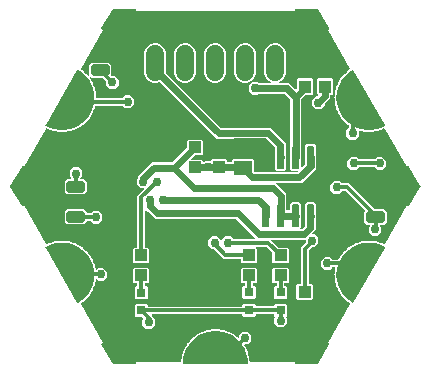
<source format=gbr>
G04 EAGLE Gerber RS-274X export*
G75*
%MOMM*%
%FSLAX34Y34*%
%LPD*%
%INTop Copper*%
%IPPOS*%
%AMOC8*
5,1,8,0,0,1.08239X$1,22.5*%
G01*
%ADD10R,0.800000X0.800000*%
%ADD11R,1.100000X1.000000*%
%ADD12C,0.499997*%
%ADD13C,1.000000*%
%ADD14R,1.500000X1.300000*%
%ADD15R,1.000000X1.100000*%
%ADD16C,0.147500*%
%ADD17C,1.524000*%
%ADD18C,0.355600*%
%ADD19C,0.756400*%
%ADD20C,0.609600*%
%ADD21C,0.254000*%
%ADD22C,0.508000*%

G36*
X278630Y195708D02*
X278630Y195708D01*
X278658Y195706D01*
X278726Y195728D01*
X278797Y195742D01*
X278820Y195758D01*
X278847Y195767D01*
X278902Y195814D01*
X278961Y195855D01*
X278976Y195879D01*
X278998Y195897D01*
X279029Y195962D01*
X279068Y196022D01*
X279073Y196050D01*
X279085Y196076D01*
X279094Y196177D01*
X279101Y196219D01*
X279099Y196229D01*
X279100Y196242D01*
X278982Y197719D01*
X316815Y197719D01*
X316900Y197736D01*
X316985Y197748D01*
X316997Y197756D01*
X317011Y197758D01*
X317083Y197807D01*
X317157Y197852D01*
X317165Y197863D01*
X317177Y197871D01*
X317224Y197943D01*
X317275Y198014D01*
X317279Y198028D01*
X317286Y198039D01*
X317296Y198094D01*
X317320Y198188D01*
X317422Y199547D01*
X317413Y199617D01*
X317413Y199687D01*
X317401Y199718D01*
X317397Y199746D01*
X317372Y199790D01*
X317346Y199854D01*
X317343Y199859D01*
X317487Y200492D01*
X317488Y200526D01*
X317499Y200567D01*
X317547Y201214D01*
X317551Y201217D01*
X317595Y201273D01*
X317644Y201323D01*
X317657Y201353D01*
X317674Y201375D01*
X317688Y201425D01*
X317715Y201489D01*
X318242Y203799D01*
X318244Y203869D01*
X318254Y203939D01*
X318247Y203971D01*
X318247Y203999D01*
X318229Y204047D01*
X318213Y204114D01*
X318210Y204119D01*
X318447Y204723D01*
X318454Y204758D01*
X318470Y204796D01*
X318614Y205429D01*
X318619Y205431D01*
X318670Y205480D01*
X318727Y205522D01*
X318744Y205550D01*
X318764Y205570D01*
X318785Y205617D01*
X318821Y205676D01*
X319687Y207881D01*
X319699Y207951D01*
X319719Y208018D01*
X319717Y208051D01*
X319722Y208078D01*
X319710Y208129D01*
X319704Y208198D01*
X319703Y208203D01*
X320027Y208765D01*
X320039Y208798D01*
X320060Y208833D01*
X320297Y209437D01*
X320303Y209439D01*
X320360Y209480D01*
X320423Y209513D01*
X320444Y209538D01*
X320467Y209554D01*
X320494Y209598D01*
X320539Y209651D01*
X321724Y211702D01*
X321733Y211730D01*
X321736Y211735D01*
X321738Y211745D01*
X321746Y211769D01*
X321776Y211833D01*
X321779Y211866D01*
X321787Y211892D01*
X321784Y211944D01*
X321788Y212013D01*
X321788Y212018D01*
X322192Y212526D01*
X322208Y212557D01*
X322235Y212588D01*
X322559Y213150D01*
X322565Y213152D01*
X322628Y213183D01*
X322694Y213207D01*
X322719Y213228D01*
X322744Y213241D01*
X322778Y213280D01*
X322830Y213325D01*
X324307Y215178D01*
X324339Y215240D01*
X324379Y215299D01*
X324386Y215331D01*
X324399Y215356D01*
X324403Y215407D01*
X324417Y215475D01*
X324418Y215480D01*
X324893Y215922D01*
X324914Y215950D01*
X324945Y215977D01*
X325349Y216485D01*
X325355Y216485D01*
X325422Y216507D01*
X325491Y216520D01*
X325519Y216538D01*
X325546Y216547D01*
X325585Y216580D01*
X325643Y216618D01*
X327380Y218229D01*
X327421Y218286D01*
X327469Y218338D01*
X327481Y218369D01*
X327497Y218392D01*
X327509Y218442D01*
X327533Y218507D01*
X327534Y218512D01*
X328070Y218877D01*
X328095Y218902D01*
X328130Y218925D01*
X328605Y219366D01*
X328611Y219366D01*
X328680Y219377D01*
X328751Y219380D01*
X328781Y219394D01*
X328809Y219398D01*
X328852Y219425D01*
X328916Y219454D01*
X330873Y220788D01*
X330922Y220839D01*
X330977Y220883D01*
X330994Y220912D01*
X331013Y220932D01*
X331032Y220980D01*
X331066Y221040D01*
X331068Y221045D01*
X331653Y221327D01*
X331680Y221348D01*
X331718Y221365D01*
X332254Y221730D01*
X332260Y221729D01*
X332330Y221730D01*
X332401Y221722D01*
X332432Y221731D01*
X332460Y221731D01*
X332507Y221752D01*
X332574Y221770D01*
X334709Y222798D01*
X334765Y222841D01*
X334826Y222877D01*
X334846Y222902D01*
X334868Y222919D01*
X334894Y222964D01*
X334937Y223018D01*
X334940Y223023D01*
X335560Y223214D01*
X335590Y223231D01*
X335630Y223242D01*
X336215Y223524D01*
X336220Y223522D01*
X336290Y223512D01*
X336358Y223494D01*
X336391Y223498D01*
X336419Y223494D01*
X336469Y223508D01*
X336537Y223516D01*
X338801Y224214D01*
X338863Y224248D01*
X338929Y224274D01*
X338952Y224297D01*
X338977Y224310D01*
X339009Y224350D01*
X339060Y224398D01*
X339063Y224402D01*
X339705Y224499D01*
X339737Y224511D01*
X339778Y224516D01*
X340399Y224707D01*
X340403Y224704D01*
X340471Y224684D01*
X340536Y224657D01*
X340569Y224656D01*
X340596Y224648D01*
X340647Y224653D01*
X340716Y224651D01*
X343059Y225004D01*
X343125Y225029D01*
X343194Y225045D01*
X343221Y225063D01*
X343247Y225073D01*
X343285Y225108D01*
X343342Y225147D01*
X343346Y225151D01*
X343995Y225151D01*
X344029Y225158D01*
X344070Y225157D01*
X344712Y225254D01*
X344716Y225250D01*
X344780Y225221D01*
X344840Y225183D01*
X344872Y225177D01*
X344898Y225166D01*
X344949Y225164D01*
X345017Y225151D01*
X347387Y225151D01*
X347456Y225165D01*
X347526Y225171D01*
X347556Y225185D01*
X347583Y225191D01*
X347626Y225220D01*
X347688Y225250D01*
X347692Y225254D01*
X348334Y225157D01*
X348369Y225159D01*
X348409Y225151D01*
X349058Y225151D01*
X349062Y225147D01*
X349121Y225108D01*
X349175Y225062D01*
X349206Y225052D01*
X349229Y225036D01*
X349280Y225027D01*
X349345Y225004D01*
X351688Y224651D01*
X351758Y224655D01*
X351829Y224650D01*
X351860Y224660D01*
X351888Y224661D01*
X351935Y224684D01*
X352001Y224704D01*
X352005Y224707D01*
X352626Y224516D01*
X352660Y224512D01*
X352700Y224499D01*
X353341Y224402D01*
X353344Y224398D01*
X353397Y224350D01*
X353443Y224297D01*
X353472Y224282D01*
X353493Y224263D01*
X353542Y224246D01*
X353603Y224214D01*
X355867Y223516D01*
X355937Y223509D01*
X356006Y223494D01*
X356038Y223499D01*
X356066Y223496D01*
X356116Y223511D01*
X356184Y223522D01*
X356189Y223524D01*
X356774Y223242D01*
X356807Y223234D01*
X356844Y223214D01*
X357464Y223023D01*
X357467Y223018D01*
X357512Y222964D01*
X357550Y222904D01*
X357576Y222885D01*
X357594Y222863D01*
X357639Y222839D01*
X357695Y222798D01*
X359830Y221770D01*
X359898Y221753D01*
X359964Y221727D01*
X359997Y221728D01*
X360024Y221721D01*
X360075Y221728D01*
X360144Y221729D01*
X360150Y221730D01*
X360686Y221365D01*
X360718Y221351D01*
X360751Y221327D01*
X361336Y221045D01*
X361338Y221040D01*
X361374Y220979D01*
X361403Y220915D01*
X361426Y220892D01*
X361440Y220867D01*
X361482Y220837D01*
X361531Y220788D01*
X363488Y219454D01*
X363553Y219426D01*
X363615Y219391D01*
X363647Y219387D01*
X363673Y219376D01*
X363724Y219376D01*
X363793Y219366D01*
X363799Y219366D01*
X364274Y218925D01*
X364304Y218907D01*
X364334Y218877D01*
X364870Y218512D01*
X364871Y218506D01*
X364897Y218441D01*
X364916Y218373D01*
X364936Y218347D01*
X364946Y218321D01*
X364983Y218284D01*
X365024Y218229D01*
X365090Y218168D01*
X365171Y218118D01*
X365248Y218068D01*
X365255Y218067D01*
X365261Y218063D01*
X365354Y218049D01*
X365446Y218032D01*
X365452Y218034D01*
X365459Y218033D01*
X365550Y218055D01*
X365641Y218076D01*
X365647Y218080D01*
X365654Y218082D01*
X365728Y218138D01*
X365805Y218192D01*
X365808Y218198D01*
X365814Y218202D01*
X365861Y218283D01*
X365911Y218362D01*
X365912Y218369D01*
X365915Y218375D01*
X365921Y218422D01*
X365943Y218539D01*
X365943Y219809D01*
X369051Y222918D01*
X373447Y222918D01*
X376556Y219809D01*
X376556Y215413D01*
X373447Y212304D01*
X371212Y212304D01*
X371175Y212297D01*
X371138Y212299D01*
X371078Y212277D01*
X371015Y212265D01*
X370984Y212244D01*
X370949Y212231D01*
X370902Y212188D01*
X370849Y212152D01*
X370829Y212121D01*
X370801Y212096D01*
X370775Y212037D01*
X370740Y211984D01*
X370733Y211947D01*
X370718Y211913D01*
X370716Y211850D01*
X370704Y211787D01*
X370713Y211750D01*
X370711Y211713D01*
X370736Y211643D01*
X370748Y211591D01*
X370762Y211571D01*
X370772Y211544D01*
X371865Y209651D01*
X371912Y209598D01*
X371952Y209540D01*
X371979Y209521D01*
X371998Y209500D01*
X372044Y209478D01*
X372101Y209439D01*
X372107Y209437D01*
X372344Y208833D01*
X372362Y208804D01*
X372377Y208765D01*
X372701Y208203D01*
X372700Y208198D01*
X372695Y208127D01*
X372682Y208058D01*
X372689Y208026D01*
X372687Y207998D01*
X372704Y207949D01*
X372717Y207881D01*
X373583Y205676D01*
X373621Y205616D01*
X373652Y205553D01*
X373676Y205531D01*
X373691Y205507D01*
X373734Y205478D01*
X373785Y205431D01*
X373790Y205429D01*
X373934Y204796D01*
X373948Y204764D01*
X373957Y204723D01*
X374194Y204119D01*
X374191Y204114D01*
X374177Y204045D01*
X374154Y203979D01*
X374155Y203946D01*
X374149Y203918D01*
X374159Y203868D01*
X374162Y203799D01*
X374689Y201489D01*
X374718Y201425D01*
X374739Y201357D01*
X374760Y201332D01*
X374771Y201306D01*
X374809Y201271D01*
X374853Y201217D01*
X374857Y201214D01*
X374905Y200567D01*
X374915Y200533D01*
X374917Y200492D01*
X375061Y199859D01*
X375058Y199854D01*
X375033Y199788D01*
X375000Y199726D01*
X374997Y199693D01*
X374987Y199667D01*
X374989Y199615D01*
X374982Y199547D01*
X375084Y198188D01*
X375107Y198105D01*
X375126Y198020D01*
X375134Y198009D01*
X375138Y197995D01*
X375191Y197927D01*
X375242Y197857D01*
X375254Y197849D01*
X375262Y197838D01*
X375338Y197797D01*
X375412Y197751D01*
X375427Y197748D01*
X375438Y197742D01*
X375494Y197736D01*
X375589Y197719D01*
X413422Y197719D01*
X413304Y196242D01*
X413308Y196213D01*
X413303Y196185D01*
X413320Y196116D01*
X413328Y196044D01*
X413343Y196020D01*
X413349Y195992D01*
X413392Y195934D01*
X413428Y195872D01*
X413450Y195855D01*
X413467Y195832D01*
X413529Y195795D01*
X413586Y195752D01*
X413614Y195745D01*
X413638Y195730D01*
X413738Y195714D01*
X413779Y195703D01*
X413789Y195705D01*
X413802Y195703D01*
X432802Y195703D01*
X432878Y195718D01*
X432956Y195727D01*
X432975Y195738D01*
X432997Y195742D01*
X433061Y195786D01*
X433129Y195825D01*
X433145Y195844D01*
X433161Y195855D01*
X433185Y195893D01*
X433235Y195953D01*
X442735Y212453D01*
X442744Y212480D01*
X442760Y212504D01*
X442775Y212574D01*
X442798Y212642D01*
X442795Y212670D01*
X442801Y212698D01*
X442788Y212769D01*
X442782Y212840D01*
X442769Y212865D01*
X442763Y212893D01*
X442723Y212953D01*
X442690Y213016D01*
X442668Y213034D01*
X442652Y213058D01*
X442569Y213116D01*
X442537Y213143D01*
X442526Y213146D01*
X442516Y213153D01*
X441197Y213777D01*
X460088Y246497D01*
X460115Y246579D01*
X460147Y246660D01*
X460147Y246674D01*
X460152Y246687D01*
X460145Y246774D01*
X460144Y246860D01*
X460138Y246873D01*
X460137Y246887D01*
X460098Y246964D01*
X460062Y247044D01*
X460052Y247054D01*
X460046Y247066D01*
X460003Y247101D01*
X459934Y247170D01*
X458814Y247933D01*
X458749Y247960D01*
X458687Y247995D01*
X458655Y248000D01*
X458629Y248011D01*
X458577Y248011D01*
X458509Y248021D01*
X458503Y248020D01*
X458028Y248462D01*
X457998Y248480D01*
X457968Y248509D01*
X457432Y248874D01*
X457431Y248880D01*
X457404Y248945D01*
X457386Y249013D01*
X457366Y249039D01*
X457356Y249065D01*
X457319Y249102D01*
X457278Y249157D01*
X455539Y250770D01*
X455479Y250806D01*
X455423Y250850D01*
X455392Y250860D01*
X455368Y250874D01*
X455317Y250882D01*
X455250Y250902D01*
X455245Y250902D01*
X454840Y251410D01*
X454814Y251432D01*
X454789Y251465D01*
X454313Y251906D01*
X454313Y251912D01*
X454296Y251980D01*
X454288Y252051D01*
X454272Y252079D01*
X454266Y252107D01*
X454235Y252148D01*
X454202Y252209D01*
X452723Y254063D01*
X452669Y254108D01*
X452621Y254159D01*
X452591Y254173D01*
X452570Y254191D01*
X452520Y254207D01*
X452458Y254236D01*
X452452Y254238D01*
X452128Y254800D01*
X452105Y254826D01*
X452085Y254862D01*
X451680Y255369D01*
X451681Y255375D01*
X451675Y255445D01*
X451677Y255516D01*
X451666Y255547D01*
X451664Y255575D01*
X451640Y255620D01*
X451616Y255685D01*
X450430Y257739D01*
X450383Y257792D01*
X450343Y257850D01*
X450316Y257868D01*
X450297Y257889D01*
X450251Y257911D01*
X450193Y257950D01*
X450188Y257952D01*
X449951Y258556D01*
X449932Y258585D01*
X449918Y258624D01*
X449593Y259186D01*
X449595Y259191D01*
X449599Y259262D01*
X449612Y259331D01*
X449606Y259363D01*
X449607Y259391D01*
X449590Y259440D01*
X449577Y259508D01*
X448710Y261715D01*
X448672Y261774D01*
X448641Y261838D01*
X448616Y261860D01*
X448601Y261884D01*
X448559Y261913D01*
X448507Y261959D01*
X448503Y261962D01*
X448358Y262595D01*
X448344Y262626D01*
X448336Y262667D01*
X448099Y263271D01*
X448101Y263276D01*
X448116Y263345D01*
X448139Y263412D01*
X448137Y263445D01*
X448143Y263472D01*
X448133Y263523D01*
X448130Y263592D01*
X447602Y265904D01*
X447573Y265968D01*
X447552Y266035D01*
X447531Y266061D01*
X447519Y266086D01*
X447482Y266121D01*
X447438Y266175D01*
X447434Y266179D01*
X447385Y266826D01*
X447376Y266859D01*
X447374Y266901D01*
X447229Y267533D01*
X447232Y267538D01*
X447257Y267604D01*
X447290Y267667D01*
X447293Y267699D01*
X447303Y267726D01*
X447301Y267777D01*
X447308Y267846D01*
X447131Y270211D01*
X447111Y270278D01*
X447101Y270348D01*
X447084Y270377D01*
X447076Y270404D01*
X447044Y270444D01*
X447009Y270504D01*
X447005Y270508D01*
X447054Y271155D01*
X447049Y271189D01*
X447054Y271231D01*
X447005Y271878D01*
X447009Y271882D01*
X447043Y271943D01*
X447085Y272000D01*
X447093Y272032D01*
X447107Y272057D01*
X447113Y272108D01*
X447130Y272175D01*
X447306Y274540D01*
X447298Y274610D01*
X447297Y274680D01*
X447285Y274711D01*
X447281Y274739D01*
X447256Y274783D01*
X447230Y274847D01*
X447227Y274852D01*
X447371Y275485D01*
X447372Y275519D01*
X447382Y275560D01*
X447431Y276207D01*
X447435Y276210D01*
X447478Y276266D01*
X447528Y276316D01*
X447541Y276346D01*
X447558Y276369D01*
X447571Y276418D01*
X447598Y276482D01*
X447713Y276985D01*
X447715Y277047D01*
X447726Y277108D01*
X447717Y277146D01*
X447718Y277185D01*
X447696Y277243D01*
X447682Y277303D01*
X447659Y277335D01*
X447645Y277372D01*
X447602Y277416D01*
X447566Y277467D01*
X447533Y277487D01*
X447506Y277516D01*
X447449Y277540D01*
X447396Y277573D01*
X447354Y277580D01*
X447321Y277594D01*
X447275Y277594D01*
X447218Y277605D01*
X445331Y277605D01*
X445323Y277603D01*
X445315Y277604D01*
X445226Y277583D01*
X445134Y277565D01*
X445128Y277561D01*
X445120Y277559D01*
X444972Y277456D01*
X443117Y275601D01*
X438721Y275601D01*
X435612Y278709D01*
X435612Y283105D01*
X438721Y286214D01*
X443117Y286214D01*
X444972Y284359D01*
X444979Y284354D01*
X444983Y284348D01*
X445062Y284299D01*
X445139Y284248D01*
X445147Y284246D01*
X445154Y284242D01*
X445331Y284210D01*
X449745Y284210D01*
X449757Y284212D01*
X449768Y284211D01*
X449854Y284232D01*
X449942Y284250D01*
X449951Y284256D01*
X449962Y284259D01*
X450034Y284312D01*
X450108Y284362D01*
X450114Y284372D01*
X450123Y284379D01*
X450150Y284423D01*
X450185Y284438D01*
X450243Y284478D01*
X450305Y284511D01*
X450326Y284536D01*
X450349Y284553D01*
X450376Y284596D01*
X450421Y284649D01*
X451606Y286703D01*
X451629Y286770D01*
X451659Y286834D01*
X451661Y286866D01*
X451670Y286893D01*
X451666Y286944D01*
X451671Y287014D01*
X451670Y287019D01*
X452075Y287526D01*
X452091Y287557D01*
X452117Y287589D01*
X452442Y288151D01*
X452447Y288153D01*
X452510Y288184D01*
X452577Y288208D01*
X452601Y288229D01*
X452626Y288242D01*
X452660Y288281D01*
X452712Y288326D01*
X454190Y290181D01*
X454222Y290244D01*
X454262Y290302D01*
X454269Y290334D01*
X454282Y290359D01*
X454286Y290411D01*
X454300Y290478D01*
X454300Y290484D01*
X454776Y290925D01*
X454796Y290953D01*
X454828Y290981D01*
X455232Y291488D01*
X455237Y291489D01*
X455305Y291510D01*
X455374Y291524D01*
X455402Y291542D01*
X455428Y291550D01*
X455467Y291584D01*
X455526Y291621D01*
X457263Y293235D01*
X457305Y293292D01*
X457352Y293344D01*
X457364Y293375D01*
X457380Y293397D01*
X457392Y293448D01*
X457417Y293512D01*
X457418Y293518D01*
X457954Y293883D01*
X457978Y293908D01*
X458013Y293931D01*
X458489Y294372D01*
X458494Y294372D01*
X458564Y294383D01*
X458634Y294386D01*
X458664Y294400D01*
X458692Y294404D01*
X458736Y294432D01*
X458799Y294460D01*
X460758Y295796D01*
X460807Y295847D01*
X460862Y295891D01*
X460878Y295920D01*
X460898Y295940D01*
X460917Y295988D01*
X460951Y296048D01*
X460952Y296053D01*
X461537Y296335D01*
X461565Y296356D01*
X461603Y296373D01*
X462139Y296739D01*
X462144Y296738D01*
X462215Y296738D01*
X462285Y296731D01*
X462316Y296740D01*
X462344Y296740D01*
X462392Y296761D01*
X462458Y296779D01*
X464595Y297809D01*
X464651Y297851D01*
X464712Y297887D01*
X464732Y297913D01*
X464754Y297930D01*
X464780Y297974D01*
X464823Y298029D01*
X464825Y298034D01*
X465446Y298225D01*
X465476Y298242D01*
X465516Y298253D01*
X466101Y298534D01*
X466106Y298533D01*
X466176Y298523D01*
X466244Y298505D01*
X466277Y298509D01*
X466304Y298505D01*
X466354Y298518D01*
X466423Y298527D01*
X468689Y299226D01*
X468751Y299260D01*
X468816Y299286D01*
X468840Y299309D01*
X468865Y299322D01*
X468897Y299363D01*
X468947Y299410D01*
X468950Y299415D01*
X469592Y299511D01*
X469625Y299523D01*
X469666Y299528D01*
X470286Y299720D01*
X470291Y299717D01*
X470313Y299711D01*
X470317Y299708D01*
X470330Y299706D01*
X470359Y299697D01*
X470423Y299669D01*
X470456Y299668D01*
X470483Y299660D01*
X470534Y299666D01*
X470604Y299664D01*
X472948Y300018D01*
X473015Y300043D01*
X473083Y300059D01*
X473110Y300077D01*
X473137Y300087D01*
X473175Y300122D01*
X473231Y300161D01*
X473235Y300165D01*
X473884Y300165D01*
X473918Y300172D01*
X473960Y300171D01*
X474601Y300268D01*
X474606Y300265D01*
X474670Y300235D01*
X474730Y300198D01*
X474762Y300192D01*
X474787Y300180D01*
X474839Y300178D01*
X474907Y300166D01*
X477278Y300167D01*
X477348Y300181D01*
X477418Y300186D01*
X477447Y300201D01*
X477475Y300206D01*
X477518Y300235D01*
X477580Y300266D01*
X477584Y300269D01*
X478226Y300173D01*
X478260Y300174D01*
X478301Y300167D01*
X478950Y300167D01*
X478954Y300163D01*
X479013Y300124D01*
X479067Y300078D01*
X479098Y300068D01*
X479121Y300052D01*
X479172Y300043D01*
X479237Y300020D01*
X481582Y299668D01*
X481653Y299671D01*
X481723Y299666D01*
X481754Y299676D01*
X481782Y299678D01*
X481829Y299700D01*
X481874Y299714D01*
X481880Y299716D01*
X481883Y299717D01*
X481895Y299721D01*
X481900Y299724D01*
X482520Y299532D01*
X482554Y299529D01*
X482594Y299516D01*
X483235Y299419D01*
X483239Y299415D01*
X483291Y299367D01*
X483337Y299314D01*
X483366Y299299D01*
X483387Y299280D01*
X483436Y299263D01*
X483497Y299231D01*
X485764Y298533D01*
X485834Y298526D01*
X485903Y298511D01*
X485935Y298516D01*
X485963Y298513D01*
X486012Y298528D01*
X486081Y298539D01*
X486086Y298541D01*
X486671Y298259D01*
X486704Y298251D01*
X486741Y298232D01*
X487361Y298041D01*
X487364Y298036D01*
X487409Y297981D01*
X487446Y297922D01*
X487473Y297902D01*
X487491Y297881D01*
X487536Y297857D01*
X487592Y297816D01*
X488830Y297220D01*
X488914Y297199D01*
X488997Y297173D01*
X489011Y297174D01*
X489024Y297171D01*
X489110Y297184D01*
X489196Y297192D01*
X489209Y297198D01*
X489223Y297200D01*
X489297Y297245D01*
X489373Y297286D01*
X489383Y297298D01*
X489394Y297305D01*
X489427Y297350D01*
X489489Y297424D01*
X508381Y330145D01*
X509618Y329291D01*
X509645Y329280D01*
X509667Y329261D01*
X509736Y329241D01*
X509801Y329213D01*
X509830Y329213D01*
X509858Y329205D01*
X509929Y329213D01*
X510000Y329213D01*
X510027Y329224D01*
X510056Y329227D01*
X510118Y329262D01*
X510183Y329290D01*
X510204Y329310D01*
X510229Y329325D01*
X510292Y329402D01*
X510322Y329432D01*
X510326Y329442D01*
X510335Y329453D01*
X519835Y345953D01*
X519845Y345985D01*
X519854Y345998D01*
X519858Y346022D01*
X519859Y346026D01*
X519890Y346096D01*
X519890Y346120D01*
X519898Y346142D01*
X519892Y346218D01*
X519893Y346295D01*
X519883Y346319D01*
X519882Y346340D01*
X519861Y346379D01*
X519835Y346451D01*
X510335Y362951D01*
X510316Y362973D01*
X510303Y362999D01*
X510250Y363047D01*
X510203Y363100D01*
X510177Y363113D01*
X510156Y363132D01*
X510088Y363155D01*
X510024Y363186D01*
X509995Y363188D01*
X509968Y363197D01*
X509896Y363192D01*
X509825Y363195D01*
X509798Y363185D01*
X509769Y363183D01*
X509679Y363141D01*
X509639Y363126D01*
X509631Y363119D01*
X509618Y363113D01*
X508381Y362259D01*
X489489Y394980D01*
X489432Y395045D01*
X489378Y395113D01*
X489366Y395120D01*
X489357Y395131D01*
X489279Y395168D01*
X489203Y395210D01*
X489189Y395212D01*
X489176Y395218D01*
X489090Y395222D01*
X489004Y395232D01*
X488989Y395228D01*
X488976Y395228D01*
X488924Y395210D01*
X488830Y395184D01*
X487592Y394588D01*
X487536Y394545D01*
X487475Y394510D01*
X487455Y394484D01*
X487432Y394467D01*
X487406Y394422D01*
X487364Y394368D01*
X487361Y394363D01*
X486741Y394172D01*
X486711Y394156D01*
X486671Y394145D01*
X486086Y393863D01*
X486081Y393865D01*
X486011Y393875D01*
X485942Y393893D01*
X485910Y393889D01*
X485882Y393893D01*
X485832Y393879D01*
X485764Y393871D01*
X483497Y393173D01*
X483435Y393139D01*
X483370Y393113D01*
X483346Y393090D01*
X483321Y393077D01*
X483289Y393037D01*
X483239Y392989D01*
X483235Y392985D01*
X482594Y392888D01*
X482561Y392877D01*
X482520Y392872D01*
X481900Y392680D01*
X481895Y392683D01*
X481827Y392703D01*
X481762Y392731D01*
X481730Y392732D01*
X481703Y392740D01*
X481651Y392734D01*
X481582Y392736D01*
X479237Y392384D01*
X479171Y392360D01*
X479102Y392343D01*
X479075Y392325D01*
X479049Y392315D01*
X479011Y392280D01*
X478954Y392241D01*
X478950Y392237D01*
X478301Y392237D01*
X478267Y392230D01*
X478226Y392231D01*
X477584Y392135D01*
X477580Y392138D01*
X477516Y392168D01*
X477456Y392205D01*
X477423Y392211D01*
X477398Y392223D01*
X477346Y392225D01*
X477278Y392237D01*
X474907Y392238D01*
X474838Y392224D01*
X474767Y392219D01*
X474738Y392204D01*
X474711Y392199D01*
X474668Y392170D01*
X474606Y392139D01*
X474601Y392136D01*
X473960Y392233D01*
X473925Y392231D01*
X473884Y392239D01*
X473235Y392239D01*
X473231Y392243D01*
X473173Y392282D01*
X473119Y392327D01*
X473088Y392338D01*
X473064Y392354D01*
X473014Y392363D01*
X472948Y392386D01*
X470604Y392740D01*
X470533Y392736D01*
X470463Y392741D01*
X470431Y392731D01*
X470403Y392730D01*
X470357Y392708D01*
X470291Y392687D01*
X470286Y392684D01*
X469666Y392876D01*
X469632Y392879D01*
X469592Y392893D01*
X468950Y392989D01*
X468947Y392994D01*
X468895Y393041D01*
X468849Y393095D01*
X468820Y393110D01*
X468799Y393129D01*
X468750Y393146D01*
X468689Y393178D01*
X468244Y393315D01*
X468163Y393323D01*
X468084Y393337D01*
X468064Y393333D01*
X468044Y393335D01*
X467967Y393311D01*
X467888Y393294D01*
X467872Y393282D01*
X467853Y393276D01*
X467791Y393225D01*
X467725Y393178D01*
X467714Y393161D01*
X467699Y393148D01*
X467661Y393076D01*
X467619Y393008D01*
X467615Y392987D01*
X467606Y392970D01*
X467602Y392914D01*
X467587Y392830D01*
X467587Y388962D01*
X464478Y385853D01*
X460082Y385853D01*
X456973Y388962D01*
X456973Y393358D01*
X458829Y395214D01*
X458833Y395220D01*
X458839Y395225D01*
X458888Y395303D01*
X458940Y395381D01*
X458941Y395388D01*
X458945Y395395D01*
X458977Y395572D01*
X458977Y397524D01*
X458974Y397538D01*
X458976Y397553D01*
X458955Y397636D01*
X458938Y397720D01*
X458929Y397732D01*
X458926Y397747D01*
X458873Y397815D01*
X458825Y397886D01*
X458813Y397894D01*
X458804Y397906D01*
X458729Y397948D01*
X458657Y397995D01*
X458642Y397998D01*
X458630Y398005D01*
X458498Y398024D01*
X458497Y398024D01*
X458013Y398473D01*
X457984Y398491D01*
X457954Y398521D01*
X457418Y398886D01*
X457417Y398892D01*
X457390Y398957D01*
X457372Y399025D01*
X457352Y399052D01*
X457341Y399077D01*
X457305Y399114D01*
X457263Y399169D01*
X455526Y400783D01*
X455466Y400820D01*
X455410Y400863D01*
X455379Y400873D01*
X455355Y400887D01*
X455304Y400895D01*
X455238Y400915D01*
X455232Y400916D01*
X454828Y401423D01*
X454801Y401446D01*
X454776Y401479D01*
X454301Y401920D01*
X454300Y401926D01*
X454284Y401995D01*
X454276Y402065D01*
X454260Y402093D01*
X454253Y402121D01*
X454223Y402162D01*
X454190Y402223D01*
X452712Y404078D01*
X452658Y404123D01*
X452610Y404175D01*
X452580Y404189D01*
X452559Y404207D01*
X452509Y404222D01*
X452447Y404251D01*
X452442Y404253D01*
X452117Y404815D01*
X452094Y404841D01*
X452075Y404878D01*
X451670Y405385D01*
X451671Y405390D01*
X451665Y405461D01*
X451667Y405531D01*
X451656Y405562D01*
X451654Y405590D01*
X451630Y405636D01*
X451606Y405701D01*
X450421Y407755D01*
X450374Y407808D01*
X450334Y407866D01*
X450307Y407884D01*
X450289Y407905D01*
X450242Y407928D01*
X450185Y407966D01*
X450180Y407969D01*
X449943Y408573D01*
X449924Y408602D01*
X449910Y408641D01*
X449586Y409203D01*
X449587Y409208D01*
X449592Y409279D01*
X449604Y409348D01*
X449598Y409380D01*
X449600Y409408D01*
X449583Y409457D01*
X449569Y409525D01*
X448704Y411733D01*
X448666Y411792D01*
X448635Y411855D01*
X448610Y411878D01*
X448595Y411901D01*
X448553Y411930D01*
X448502Y411977D01*
X448497Y411980D01*
X448353Y412613D01*
X448338Y412644D01*
X448330Y412685D01*
X448093Y413289D01*
X448096Y413294D01*
X448111Y413363D01*
X448134Y413430D01*
X448132Y413463D01*
X448138Y413490D01*
X448129Y413541D01*
X448125Y413610D01*
X447598Y415922D01*
X447570Y415986D01*
X447548Y416054D01*
X447528Y416079D01*
X447516Y416105D01*
X447478Y416140D01*
X447435Y416194D01*
X447431Y416197D01*
X447382Y416844D01*
X447373Y416878D01*
X447371Y416919D01*
X447227Y417552D01*
X447230Y417557D01*
X447255Y417623D01*
X447288Y417685D01*
X447291Y417718D01*
X447301Y417744D01*
X447299Y417796D01*
X447306Y417864D01*
X447130Y420229D01*
X447111Y420297D01*
X447100Y420367D01*
X447083Y420395D01*
X447076Y420422D01*
X447044Y420462D01*
X447009Y420522D01*
X447005Y420526D01*
X447054Y421173D01*
X447049Y421208D01*
X447054Y421249D01*
X447005Y421896D01*
X447009Y421900D01*
X447044Y421962D01*
X447085Y422019D01*
X447094Y422051D01*
X447107Y422075D01*
X447113Y422127D01*
X447131Y422193D01*
X447308Y424558D01*
X447300Y424628D01*
X447299Y424699D01*
X447287Y424729D01*
X447284Y424757D01*
X447258Y424802D01*
X447232Y424866D01*
X447229Y424871D01*
X447374Y425503D01*
X447375Y425538D01*
X447385Y425578D01*
X447434Y426225D01*
X447438Y426229D01*
X447482Y426285D01*
X447531Y426335D01*
X447544Y426365D01*
X447561Y426387D01*
X447575Y426437D01*
X447602Y426500D01*
X448130Y428812D01*
X448132Y428883D01*
X448142Y428953D01*
X448135Y428984D01*
X448135Y429012D01*
X448117Y429061D01*
X448101Y429128D01*
X448099Y429133D01*
X448336Y429737D01*
X448342Y429771D01*
X448358Y429809D01*
X448503Y430442D01*
X448507Y430445D01*
X448559Y430493D01*
X448615Y430536D01*
X448632Y430563D01*
X448653Y430583D01*
X448674Y430630D01*
X448710Y430689D01*
X449577Y432896D01*
X449589Y432966D01*
X449610Y433033D01*
X449607Y433066D01*
X449612Y433093D01*
X449601Y433144D01*
X449595Y433213D01*
X449593Y433218D01*
X449918Y433780D01*
X449929Y433813D01*
X449951Y433848D01*
X450188Y434452D01*
X450193Y434454D01*
X450251Y434495D01*
X450313Y434528D01*
X450335Y434553D01*
X450358Y434569D01*
X450385Y434613D01*
X450430Y434665D01*
X451616Y436719D01*
X451639Y436786D01*
X451669Y436849D01*
X451671Y436882D01*
X451680Y436909D01*
X451676Y436960D01*
X451681Y437029D01*
X451680Y437035D01*
X452085Y437542D01*
X452101Y437573D01*
X452128Y437604D01*
X452452Y438166D01*
X452458Y438168D01*
X452502Y438190D01*
X452527Y438195D01*
X452547Y438208D01*
X452588Y438223D01*
X452612Y438244D01*
X452637Y438257D01*
X452665Y438288D01*
X452693Y438307D01*
X452704Y438324D01*
X452723Y438341D01*
X454202Y440195D01*
X454234Y440258D01*
X454274Y440316D01*
X454281Y440348D01*
X454294Y440373D01*
X454298Y440425D01*
X454313Y440492D01*
X454313Y440498D01*
X454789Y440939D01*
X454809Y440967D01*
X454840Y440994D01*
X455245Y441502D01*
X455250Y441502D01*
X455318Y441524D01*
X455387Y441537D01*
X455415Y441555D01*
X455441Y441564D01*
X455481Y441597D01*
X455539Y441634D01*
X457278Y443247D01*
X457319Y443304D01*
X457367Y443356D01*
X457378Y443387D01*
X457395Y443409D01*
X457406Y443460D01*
X457431Y443524D01*
X457432Y443530D01*
X457968Y443895D01*
X457993Y443920D01*
X458028Y443942D01*
X458503Y444384D01*
X458509Y444383D01*
X458579Y444395D01*
X458649Y444398D01*
X458679Y444411D01*
X458707Y444415D01*
X458751Y444443D01*
X458814Y444471D01*
X459934Y445234D01*
X459994Y445296D01*
X460058Y445355D01*
X460064Y445368D01*
X460074Y445378D01*
X460106Y445458D01*
X460142Y445537D01*
X460143Y445551D01*
X460148Y445564D01*
X460146Y445651D01*
X460149Y445737D01*
X460144Y445751D01*
X460143Y445764D01*
X460121Y445815D01*
X460088Y445907D01*
X441197Y478627D01*
X442516Y479251D01*
X442538Y479268D01*
X442565Y479278D01*
X442617Y479327D01*
X442675Y479370D01*
X442689Y479395D01*
X442710Y479414D01*
X442739Y479480D01*
X442775Y479542D01*
X442778Y479570D01*
X442790Y479596D01*
X442791Y479668D01*
X442800Y479739D01*
X442792Y479766D01*
X442793Y479795D01*
X442757Y479890D01*
X442746Y479930D01*
X442739Y479939D01*
X442735Y479951D01*
X433235Y496451D01*
X433183Y496510D01*
X433137Y496572D01*
X433118Y496583D01*
X433103Y496600D01*
X433033Y496634D01*
X432966Y496674D01*
X432942Y496678D01*
X432924Y496686D01*
X432879Y496688D01*
X432802Y496701D01*
X413802Y496701D01*
X413774Y496696D01*
X413746Y496698D01*
X413678Y496676D01*
X413607Y496662D01*
X413584Y496646D01*
X413557Y496637D01*
X413502Y496590D01*
X413443Y496549D01*
X413428Y496525D01*
X413407Y496507D01*
X413375Y496442D01*
X413336Y496382D01*
X413331Y496354D01*
X413319Y496328D01*
X413310Y496227D01*
X413303Y496185D01*
X413305Y496175D01*
X413304Y496162D01*
X413422Y494685D01*
X278982Y494685D01*
X279100Y496162D01*
X279096Y496191D01*
X279101Y496219D01*
X279084Y496288D01*
X279076Y496360D01*
X279062Y496384D01*
X279055Y496412D01*
X279012Y496470D01*
X278977Y496532D01*
X278954Y496549D01*
X278937Y496572D01*
X278875Y496609D01*
X278818Y496652D01*
X278790Y496659D01*
X278766Y496674D01*
X278666Y496690D01*
X278625Y496701D01*
X278615Y496699D01*
X278602Y496701D01*
X259602Y496701D01*
X259526Y496686D01*
X259448Y496677D01*
X259429Y496666D01*
X259407Y496662D01*
X259343Y496618D01*
X259275Y496579D01*
X259259Y496560D01*
X259243Y496549D01*
X259219Y496511D01*
X259169Y496451D01*
X249669Y479951D01*
X249660Y479924D01*
X249644Y479900D01*
X249629Y479830D01*
X249606Y479762D01*
X249609Y479734D01*
X249603Y479706D01*
X249617Y479636D01*
X249622Y479564D01*
X249635Y479539D01*
X249641Y479511D01*
X249681Y479451D01*
X249714Y479388D01*
X249736Y479370D01*
X249752Y479346D01*
X249835Y479288D01*
X249867Y479261D01*
X249878Y479258D01*
X249889Y479251D01*
X251207Y478627D01*
X232316Y445907D01*
X232289Y445825D01*
X232257Y445744D01*
X232257Y445730D01*
X232252Y445717D01*
X232259Y445630D01*
X232260Y445544D01*
X232266Y445531D01*
X232267Y445517D01*
X232306Y445440D01*
X232342Y445360D01*
X232352Y445350D01*
X232358Y445338D01*
X232401Y445303D01*
X232470Y445234D01*
X233590Y444471D01*
X233655Y444444D01*
X233717Y444409D01*
X233749Y444404D01*
X233775Y444393D01*
X233827Y444393D01*
X233895Y444383D01*
X233901Y444384D01*
X234376Y443942D01*
X234406Y443924D01*
X234436Y443895D01*
X234972Y443530D01*
X234973Y443524D01*
X235000Y443459D01*
X235018Y443391D01*
X235038Y443365D01*
X235048Y443339D01*
X235085Y443302D01*
X235126Y443247D01*
X236865Y441634D01*
X236926Y441598D01*
X236981Y441554D01*
X237012Y441544D01*
X237036Y441530D01*
X237087Y441522D01*
X237154Y441502D01*
X237159Y441502D01*
X237564Y440995D01*
X237590Y440972D01*
X237615Y440939D01*
X238091Y440498D01*
X238091Y440492D01*
X238108Y440424D01*
X238116Y440353D01*
X238132Y440325D01*
X238138Y440297D01*
X238169Y440256D01*
X238202Y440195D01*
X238238Y440150D01*
X238261Y440130D01*
X238279Y440104D01*
X238338Y440066D01*
X238391Y440021D01*
X238421Y440012D01*
X238447Y439995D01*
X238516Y439982D01*
X238583Y439962D01*
X238614Y439965D01*
X238644Y439959D01*
X238713Y439974D01*
X238782Y439981D01*
X238809Y439996D01*
X238840Y440003D01*
X238897Y440043D01*
X238958Y440076D01*
X238978Y440101D01*
X239004Y440119D01*
X239040Y440178D01*
X239084Y440233D01*
X239093Y440263D01*
X239109Y440289D01*
X239124Y440372D01*
X239140Y440425D01*
X239137Y440444D01*
X239141Y440466D01*
X239141Y448667D01*
X241499Y451025D01*
X255833Y451025D01*
X258191Y448667D01*
X258191Y440306D01*
X258188Y440302D01*
X258133Y440219D01*
X258132Y440216D01*
X258131Y440214D01*
X258113Y440118D01*
X258095Y440022D01*
X258095Y440019D01*
X258095Y440017D01*
X258116Y439920D01*
X258136Y439826D01*
X258138Y439824D01*
X258139Y439821D01*
X258195Y439741D01*
X258251Y439661D01*
X258253Y439660D01*
X258255Y439658D01*
X258337Y439606D01*
X258420Y439554D01*
X258423Y439553D01*
X258425Y439552D01*
X258602Y439520D01*
X261151Y439520D01*
X264260Y436411D01*
X264260Y432015D01*
X261151Y428906D01*
X256755Y428906D01*
X253646Y432015D01*
X253646Y434639D01*
X253645Y434647D01*
X253646Y434654D01*
X253625Y434744D01*
X253607Y434835D01*
X253602Y434842D01*
X253600Y434850D01*
X253498Y434998D01*
X250668Y437827D01*
X250662Y437831D01*
X250657Y437838D01*
X250579Y437886D01*
X250502Y437938D01*
X250494Y437939D01*
X250487Y437943D01*
X250310Y437975D01*
X241499Y437975D01*
X240823Y438651D01*
X240794Y438670D01*
X240771Y438696D01*
X240712Y438725D01*
X240656Y438762D01*
X240622Y438768D01*
X240591Y438784D01*
X240525Y438787D01*
X240460Y438799D01*
X240425Y438792D01*
X240391Y438794D01*
X240328Y438772D01*
X240263Y438758D01*
X240235Y438738D01*
X240202Y438726D01*
X240153Y438681D01*
X240099Y438644D01*
X240080Y438614D01*
X240054Y438591D01*
X240027Y438530D01*
X239991Y438474D01*
X239985Y438440D01*
X239971Y438408D01*
X239969Y438342D01*
X239958Y438277D01*
X239966Y438243D01*
X239964Y438208D01*
X239991Y438135D01*
X240003Y438082D01*
X240017Y438061D01*
X240025Y438038D01*
X240276Y437604D01*
X240299Y437578D01*
X240319Y437542D01*
X240724Y437035D01*
X240723Y437029D01*
X240729Y436959D01*
X240727Y436888D01*
X240738Y436857D01*
X240740Y436830D01*
X240764Y436784D01*
X240788Y436719D01*
X241974Y434665D01*
X242021Y434612D01*
X242061Y434554D01*
X242088Y434536D01*
X242107Y434515D01*
X242153Y434493D01*
X242211Y434454D01*
X242216Y434452D01*
X242453Y433848D01*
X242472Y433819D01*
X242486Y433780D01*
X242811Y433218D01*
X242809Y433213D01*
X242805Y433142D01*
X242792Y433073D01*
X242798Y433041D01*
X242797Y433013D01*
X242814Y432964D01*
X242827Y432896D01*
X243694Y430689D01*
X243732Y430630D01*
X243763Y430566D01*
X243788Y430544D01*
X243803Y430520D01*
X243845Y430491D01*
X243897Y430445D01*
X243901Y430442D01*
X244046Y429809D01*
X244060Y429778D01*
X244068Y429737D01*
X244305Y429133D01*
X244303Y429128D01*
X244288Y429059D01*
X244265Y428992D01*
X244267Y428959D01*
X244261Y428932D01*
X244271Y428881D01*
X244274Y428812D01*
X244802Y426500D01*
X244831Y426436D01*
X244852Y426369D01*
X244873Y426343D01*
X244885Y426318D01*
X244922Y426283D01*
X244966Y426229D01*
X244970Y426225D01*
X245019Y425578D01*
X245028Y425545D01*
X245030Y425503D01*
X245175Y424871D01*
X245172Y424866D01*
X245147Y424800D01*
X245114Y424737D01*
X245111Y424705D01*
X245101Y424678D01*
X245103Y424627D01*
X245096Y424558D01*
X245273Y422193D01*
X245293Y422126D01*
X245303Y422056D01*
X245320Y422027D01*
X245328Y422000D01*
X245360Y421960D01*
X245395Y421900D01*
X245399Y421896D01*
X245382Y421678D01*
X245385Y421654D01*
X245381Y421630D01*
X245398Y421555D01*
X245407Y421479D01*
X245419Y421458D01*
X245424Y421434D01*
X245469Y421371D01*
X245507Y421305D01*
X245526Y421290D01*
X245540Y421271D01*
X245606Y421230D01*
X245667Y421184D01*
X245690Y421178D01*
X245711Y421165D01*
X245807Y421147D01*
X245861Y421133D01*
X245873Y421135D01*
X245888Y421133D01*
X267368Y421133D01*
X267376Y421134D01*
X267383Y421133D01*
X267473Y421154D01*
X267564Y421172D01*
X267571Y421177D01*
X267578Y421179D01*
X267726Y421281D01*
X269582Y423137D01*
X273978Y423137D01*
X277087Y420028D01*
X277087Y415632D01*
X273978Y412523D01*
X269582Y412523D01*
X267726Y414379D01*
X267720Y414383D01*
X267715Y414389D01*
X267637Y414438D01*
X267559Y414490D01*
X267552Y414491D01*
X267545Y414495D01*
X267368Y414527D01*
X244892Y414527D01*
X244844Y414517D01*
X244795Y414518D01*
X244747Y414498D01*
X244696Y414488D01*
X244655Y414460D01*
X244609Y414441D01*
X244573Y414404D01*
X244530Y414375D01*
X244503Y414334D01*
X244468Y414298D01*
X244446Y414245D01*
X244421Y414207D01*
X244414Y414172D01*
X244398Y414133D01*
X244279Y413610D01*
X244277Y413539D01*
X244267Y413469D01*
X244274Y413438D01*
X244274Y413409D01*
X244292Y413361D01*
X244308Y413294D01*
X244311Y413289D01*
X244074Y412685D01*
X244068Y412651D01*
X244051Y412613D01*
X243907Y411980D01*
X243902Y411977D01*
X243851Y411928D01*
X243795Y411886D01*
X243778Y411858D01*
X243757Y411839D01*
X243737Y411792D01*
X243700Y411733D01*
X242835Y409525D01*
X242822Y409455D01*
X242802Y409388D01*
X242805Y409355D01*
X242800Y409328D01*
X242811Y409277D01*
X242817Y409208D01*
X242818Y409203D01*
X242494Y408641D01*
X242483Y408608D01*
X242461Y408573D01*
X242224Y407969D01*
X242219Y407966D01*
X242161Y407926D01*
X242099Y407893D01*
X242078Y407868D01*
X242055Y407851D01*
X242028Y407808D01*
X241983Y407755D01*
X240798Y405701D01*
X240775Y405634D01*
X240745Y405570D01*
X240743Y405538D01*
X240734Y405511D01*
X240738Y405460D01*
X240733Y405390D01*
X240734Y405385D01*
X240329Y404878D01*
X240313Y404847D01*
X240287Y404815D01*
X239962Y404253D01*
X239957Y404251D01*
X239894Y404220D01*
X239827Y404196D01*
X239803Y404175D01*
X239778Y404162D01*
X239744Y404123D01*
X239692Y404078D01*
X238214Y402223D01*
X238182Y402160D01*
X238142Y402102D01*
X238135Y402070D01*
X238122Y402045D01*
X238118Y401993D01*
X238104Y401926D01*
X238104Y401920D01*
X237628Y401479D01*
X237608Y401451D01*
X237576Y401423D01*
X237172Y400916D01*
X237167Y400915D01*
X237099Y400894D01*
X237030Y400880D01*
X237002Y400862D01*
X236976Y400854D01*
X236937Y400820D01*
X236878Y400783D01*
X235141Y399169D01*
X235099Y399112D01*
X235052Y399060D01*
X235040Y399029D01*
X235024Y399007D01*
X235012Y398956D01*
X234987Y398892D01*
X234986Y398886D01*
X234450Y398521D01*
X234426Y398496D01*
X234391Y398473D01*
X233915Y398032D01*
X233910Y398032D01*
X233840Y398021D01*
X233770Y398018D01*
X233740Y398004D01*
X233712Y398000D01*
X233668Y397972D01*
X233605Y397944D01*
X231646Y396608D01*
X231597Y396557D01*
X231542Y396513D01*
X231526Y396484D01*
X231506Y396464D01*
X231487Y396416D01*
X231453Y396356D01*
X231452Y396351D01*
X230867Y396069D01*
X230839Y396048D01*
X230801Y396031D01*
X230265Y395665D01*
X230260Y395666D01*
X230189Y395666D01*
X230119Y395673D01*
X230088Y395664D01*
X230060Y395664D01*
X230012Y395643D01*
X229946Y395625D01*
X227809Y394595D01*
X227753Y394553D01*
X227692Y394517D01*
X227672Y394491D01*
X227650Y394474D01*
X227624Y394430D01*
X227581Y394375D01*
X227579Y394370D01*
X226958Y394179D01*
X226928Y394162D01*
X226888Y394151D01*
X226303Y393870D01*
X226298Y393871D01*
X226228Y393881D01*
X226160Y393899D01*
X226127Y393895D01*
X226100Y393899D01*
X226050Y393886D01*
X225981Y393877D01*
X223715Y393178D01*
X223653Y393144D01*
X223588Y393118D01*
X223564Y393095D01*
X223539Y393082D01*
X223507Y393041D01*
X223457Y392994D01*
X223454Y392989D01*
X222812Y392893D01*
X222779Y392881D01*
X222738Y392876D01*
X222118Y392684D01*
X222113Y392687D01*
X222045Y392707D01*
X221981Y392735D01*
X221948Y392736D01*
X221921Y392744D01*
X221870Y392738D01*
X221800Y392740D01*
X219456Y392386D01*
X219389Y392361D01*
X219321Y392345D01*
X219294Y392327D01*
X219267Y392317D01*
X219229Y392282D01*
X219173Y392243D01*
X219169Y392239D01*
X218520Y392239D01*
X218486Y392232D01*
X218444Y392233D01*
X217803Y392136D01*
X217798Y392139D01*
X217734Y392169D01*
X217674Y392206D01*
X217642Y392212D01*
X217617Y392224D01*
X217565Y392226D01*
X217497Y392238D01*
X215126Y392237D01*
X215056Y392223D01*
X214986Y392218D01*
X214957Y392203D01*
X214929Y392198D01*
X214886Y392169D01*
X214824Y392138D01*
X214820Y392135D01*
X214178Y392231D01*
X214144Y392230D01*
X214103Y392237D01*
X213454Y392237D01*
X213450Y392241D01*
X213391Y392280D01*
X213337Y392326D01*
X213306Y392336D01*
X213283Y392352D01*
X213232Y392361D01*
X213167Y392384D01*
X210822Y392736D01*
X210751Y392733D01*
X210681Y392738D01*
X210650Y392728D01*
X210622Y392726D01*
X210575Y392704D01*
X210509Y392683D01*
X210504Y392680D01*
X209884Y392872D01*
X209850Y392875D01*
X209810Y392888D01*
X209169Y392985D01*
X209165Y392989D01*
X209113Y393037D01*
X209067Y393090D01*
X209038Y393105D01*
X209017Y393124D01*
X208968Y393141D01*
X208907Y393173D01*
X206640Y393871D01*
X206570Y393878D01*
X206501Y393893D01*
X206469Y393888D01*
X206441Y393891D01*
X206392Y393876D01*
X206323Y393865D01*
X206318Y393863D01*
X205733Y394145D01*
X205700Y394153D01*
X205663Y394172D01*
X205043Y394363D01*
X205040Y394368D01*
X204996Y394423D01*
X204958Y394482D01*
X204931Y394502D01*
X204913Y394523D01*
X204868Y394547D01*
X204812Y394588D01*
X203574Y395184D01*
X203490Y395205D01*
X203407Y395231D01*
X203393Y395230D01*
X203380Y395233D01*
X203294Y395220D01*
X203208Y395212D01*
X203195Y395206D01*
X203181Y395204D01*
X203108Y395159D01*
X203031Y395118D01*
X203021Y395106D01*
X203010Y395099D01*
X202977Y395055D01*
X202915Y394980D01*
X184023Y362259D01*
X182786Y363113D01*
X182759Y363124D01*
X182737Y363143D01*
X182668Y363163D01*
X182603Y363191D01*
X182574Y363191D01*
X182546Y363199D01*
X182475Y363191D01*
X182404Y363192D01*
X182377Y363180D01*
X182348Y363177D01*
X182286Y363142D01*
X182221Y363114D01*
X182200Y363094D01*
X182175Y363079D01*
X182112Y363002D01*
X182082Y362972D01*
X182078Y362962D01*
X182069Y362951D01*
X172569Y346451D01*
X172545Y346378D01*
X172514Y346308D01*
X172514Y346284D01*
X172506Y346262D01*
X172513Y346186D01*
X172512Y346109D01*
X172521Y346085D01*
X172522Y346064D01*
X172543Y346025D01*
X172562Y345973D01*
X172563Y345967D01*
X172565Y345965D01*
X172569Y345953D01*
X182069Y329453D01*
X182088Y329431D01*
X182101Y329405D01*
X182154Y329357D01*
X182201Y329304D01*
X182227Y329291D01*
X182249Y329272D01*
X182316Y329249D01*
X182380Y329218D01*
X182409Y329217D01*
X182436Y329207D01*
X182508Y329212D01*
X182579Y329209D01*
X182606Y329219D01*
X182635Y329221D01*
X182725Y329263D01*
X182765Y329278D01*
X182773Y329285D01*
X182786Y329291D01*
X184023Y330145D01*
X202915Y297424D01*
X202972Y297359D01*
X203026Y297291D01*
X203038Y297284D01*
X203047Y297273D01*
X203125Y297236D01*
X203201Y297194D01*
X203215Y297192D01*
X203228Y297186D01*
X203314Y297182D01*
X203400Y297172D01*
X203415Y297176D01*
X203428Y297176D01*
X203480Y297194D01*
X203574Y297220D01*
X204812Y297816D01*
X204868Y297859D01*
X204929Y297894D01*
X204949Y297920D01*
X204972Y297937D01*
X204998Y297982D01*
X205040Y298036D01*
X205043Y298041D01*
X205663Y298232D01*
X205693Y298248D01*
X205733Y298259D01*
X206318Y298541D01*
X206323Y298539D01*
X206393Y298529D01*
X206462Y298511D01*
X206494Y298515D01*
X206522Y298511D01*
X206572Y298525D01*
X206640Y298533D01*
X208907Y299231D01*
X208969Y299265D01*
X209034Y299291D01*
X209058Y299314D01*
X209083Y299327D01*
X209115Y299367D01*
X209165Y299415D01*
X209169Y299419D01*
X209810Y299516D01*
X209843Y299527D01*
X209884Y299532D01*
X210504Y299724D01*
X210509Y299721D01*
X210533Y299714D01*
X210543Y299708D01*
X210569Y299703D01*
X210577Y299701D01*
X210642Y299673D01*
X210674Y299672D01*
X210701Y299664D01*
X210753Y299670D01*
X210822Y299668D01*
X213167Y300020D01*
X213233Y300044D01*
X213302Y300061D01*
X213329Y300079D01*
X213355Y300089D01*
X213393Y300124D01*
X213450Y300163D01*
X213454Y300167D01*
X214103Y300167D01*
X214137Y300174D01*
X214178Y300173D01*
X214820Y300269D01*
X214824Y300266D01*
X214888Y300236D01*
X214948Y300199D01*
X214981Y300193D01*
X215006Y300181D01*
X215058Y300179D01*
X215126Y300167D01*
X217497Y300166D01*
X217566Y300180D01*
X217637Y300185D01*
X217666Y300200D01*
X217693Y300205D01*
X217736Y300234D01*
X217798Y300265D01*
X217803Y300268D01*
X218444Y300171D01*
X218479Y300173D01*
X218520Y300165D01*
X219169Y300165D01*
X219173Y300161D01*
X219231Y300122D01*
X219285Y300077D01*
X219316Y300066D01*
X219340Y300050D01*
X219390Y300041D01*
X219456Y300018D01*
X221800Y299664D01*
X221871Y299668D01*
X221941Y299663D01*
X221973Y299673D01*
X222001Y299674D01*
X222047Y299696D01*
X222113Y299717D01*
X222118Y299720D01*
X222738Y299528D01*
X222772Y299525D01*
X222812Y299511D01*
X223454Y299415D01*
X223457Y299410D01*
X223509Y299363D01*
X223555Y299309D01*
X223585Y299294D01*
X223605Y299275D01*
X223654Y299258D01*
X223715Y299226D01*
X225981Y298527D01*
X226051Y298520D01*
X226120Y298504D01*
X226153Y298509D01*
X226181Y298507D01*
X226230Y298522D01*
X226298Y298533D01*
X226303Y298534D01*
X226888Y298253D01*
X226922Y298244D01*
X226958Y298225D01*
X227579Y298034D01*
X227581Y298029D01*
X227626Y297974D01*
X227664Y297914D01*
X227690Y297895D01*
X227708Y297873D01*
X227753Y297849D01*
X227809Y297809D01*
X229946Y296779D01*
X230014Y296762D01*
X230080Y296736D01*
X230113Y296736D01*
X230140Y296729D01*
X230191Y296737D01*
X230260Y296738D01*
X230265Y296739D01*
X230801Y296373D01*
X230833Y296359D01*
X230867Y296335D01*
X231452Y296053D01*
X231453Y296048D01*
X231489Y295987D01*
X231518Y295923D01*
X231541Y295900D01*
X231556Y295876D01*
X231597Y295845D01*
X231646Y295796D01*
X233605Y294460D01*
X233670Y294432D01*
X233732Y294397D01*
X233764Y294393D01*
X233790Y294382D01*
X233841Y294382D01*
X233910Y294372D01*
X233915Y294372D01*
X234391Y293931D01*
X234420Y293913D01*
X234450Y293883D01*
X234986Y293518D01*
X234987Y293512D01*
X235014Y293447D01*
X235032Y293379D01*
X235052Y293352D01*
X235063Y293327D01*
X235099Y293290D01*
X235141Y293235D01*
X236878Y291621D01*
X236938Y291584D01*
X236994Y291541D01*
X237025Y291531D01*
X237049Y291517D01*
X237100Y291509D01*
X237167Y291489D01*
X237172Y291488D01*
X237576Y290981D01*
X237603Y290958D01*
X237628Y290925D01*
X238104Y290484D01*
X238104Y290478D01*
X238120Y290409D01*
X238128Y290339D01*
X238144Y290311D01*
X238151Y290283D01*
X238181Y290242D01*
X238214Y290181D01*
X239692Y288326D01*
X239746Y288281D01*
X239794Y288229D01*
X239824Y288215D01*
X239845Y288197D01*
X239895Y288182D01*
X239957Y288153D01*
X239962Y288151D01*
X240287Y287589D01*
X240310Y287563D01*
X240329Y287526D01*
X240734Y287019D01*
X240733Y287014D01*
X240735Y286989D01*
X240734Y286984D01*
X240737Y286975D01*
X240739Y286943D01*
X240737Y286873D01*
X240748Y286842D01*
X240750Y286814D01*
X240774Y286768D01*
X240798Y286703D01*
X241983Y284649D01*
X242030Y284596D01*
X242070Y284538D01*
X242097Y284520D01*
X242115Y284499D01*
X242162Y284476D01*
X242219Y284438D01*
X242224Y284435D01*
X242461Y283831D01*
X242480Y283802D01*
X242494Y283763D01*
X242818Y283201D01*
X242817Y283196D01*
X242812Y283125D01*
X242800Y283056D01*
X242806Y283024D01*
X242804Y282996D01*
X242821Y282947D01*
X242835Y282879D01*
X243700Y280671D01*
X243738Y280612D01*
X243769Y280549D01*
X243794Y280526D01*
X243809Y280503D01*
X243851Y280474D01*
X243902Y280427D01*
X243907Y280424D01*
X244051Y279791D01*
X244066Y279760D01*
X244074Y279719D01*
X244311Y279115D01*
X244308Y279110D01*
X244293Y279041D01*
X244270Y278974D01*
X244272Y278941D01*
X244266Y278914D01*
X244273Y278874D01*
X244272Y278868D01*
X244276Y278853D01*
X244279Y278794D01*
X244806Y276482D01*
X244834Y276418D01*
X244856Y276350D01*
X244876Y276325D01*
X244888Y276299D01*
X244926Y276264D01*
X244969Y276210D01*
X244982Y276199D01*
X244994Y276158D01*
X245011Y276076D01*
X245020Y276062D01*
X245025Y276046D01*
X245077Y275980D01*
X245125Y275911D01*
X245139Y275902D01*
X245150Y275889D01*
X245223Y275849D01*
X245295Y275804D01*
X245311Y275801D01*
X245325Y275793D01*
X245409Y275784D01*
X245492Y275770D01*
X245508Y275774D01*
X245525Y275772D01*
X245605Y275796D01*
X245687Y275816D01*
X245702Y275826D01*
X245717Y275830D01*
X245760Y275866D01*
X245835Y275918D01*
X246984Y277067D01*
X251380Y277067D01*
X254489Y273958D01*
X254489Y269562D01*
X251380Y266454D01*
X246984Y266454D01*
X245959Y267478D01*
X245920Y267504D01*
X245888Y267538D01*
X245838Y267559D01*
X245792Y267589D01*
X245746Y267598D01*
X245703Y267616D01*
X245649Y267617D01*
X245595Y267627D01*
X245550Y267617D01*
X245503Y267618D01*
X245453Y267597D01*
X245399Y267585D01*
X245361Y267559D01*
X245318Y267541D01*
X245279Y267502D01*
X245235Y267471D01*
X245209Y267432D01*
X245177Y267399D01*
X245153Y267342D01*
X245127Y267302D01*
X245121Y267269D01*
X245106Y267233D01*
X245030Y266901D01*
X245029Y266866D01*
X245019Y266826D01*
X244970Y266179D01*
X244966Y266175D01*
X244922Y266119D01*
X244873Y266069D01*
X244860Y266039D01*
X244843Y266017D01*
X244829Y265967D01*
X244802Y265904D01*
X244274Y263592D01*
X244272Y263521D01*
X244262Y263451D01*
X244269Y263420D01*
X244269Y263392D01*
X244287Y263343D01*
X244303Y263276D01*
X244305Y263271D01*
X244068Y262667D01*
X244062Y262633D01*
X244046Y262595D01*
X243901Y261962D01*
X243897Y261959D01*
X243845Y261911D01*
X243789Y261868D01*
X243772Y261841D01*
X243751Y261821D01*
X243730Y261774D01*
X243694Y261715D01*
X242827Y259508D01*
X242815Y259438D01*
X242794Y259371D01*
X242797Y259338D01*
X242792Y259311D01*
X242803Y259260D01*
X242809Y259191D01*
X242811Y259186D01*
X242486Y258624D01*
X242475Y258591D01*
X242453Y258556D01*
X242216Y257952D01*
X242211Y257950D01*
X242153Y257909D01*
X242091Y257876D01*
X242069Y257851D01*
X242046Y257835D01*
X242019Y257791D01*
X241974Y257739D01*
X240788Y255685D01*
X240765Y255618D01*
X240735Y255555D01*
X240733Y255522D01*
X240724Y255495D01*
X240728Y255444D01*
X240723Y255375D01*
X240724Y255369D01*
X240319Y254862D01*
X240303Y254831D01*
X240276Y254800D01*
X239952Y254238D01*
X239946Y254236D01*
X239883Y254205D01*
X239816Y254181D01*
X239792Y254160D01*
X239767Y254147D01*
X239733Y254108D01*
X239681Y254063D01*
X238202Y252209D01*
X238169Y252146D01*
X238130Y252088D01*
X238123Y252056D01*
X238110Y252031D01*
X238106Y251979D01*
X238091Y251912D01*
X238091Y251906D01*
X237615Y251465D01*
X237595Y251437D01*
X237564Y251410D01*
X237159Y250902D01*
X237154Y250902D01*
X237086Y250880D01*
X237017Y250867D01*
X236989Y250849D01*
X236963Y250840D01*
X236924Y250807D01*
X236865Y250770D01*
X235126Y249157D01*
X235085Y249100D01*
X235037Y249048D01*
X235026Y249017D01*
X235009Y248995D01*
X234998Y248944D01*
X234973Y248880D01*
X234972Y248874D01*
X234436Y248509D01*
X234411Y248484D01*
X234376Y248462D01*
X233901Y248021D01*
X233895Y248021D01*
X233825Y248009D01*
X233755Y248006D01*
X233725Y247993D01*
X233697Y247989D01*
X233653Y247961D01*
X233590Y247933D01*
X232470Y247170D01*
X232410Y247108D01*
X232346Y247049D01*
X232340Y247036D01*
X232330Y247026D01*
X232298Y246946D01*
X232262Y246867D01*
X232261Y246853D01*
X232256Y246840D01*
X232258Y246754D01*
X232255Y246667D01*
X232260Y246653D01*
X232261Y246640D01*
X232283Y246589D01*
X232316Y246497D01*
X251207Y213777D01*
X249889Y213153D01*
X249866Y213136D01*
X249839Y213126D01*
X249787Y213077D01*
X249729Y213034D01*
X249715Y213009D01*
X249694Y212990D01*
X249665Y212924D01*
X249629Y212862D01*
X249626Y212834D01*
X249614Y212808D01*
X249613Y212736D01*
X249604Y212665D01*
X249612Y212638D01*
X249612Y212609D01*
X249647Y212514D01*
X249658Y212474D01*
X249665Y212465D01*
X249669Y212453D01*
X259169Y195953D01*
X259221Y195895D01*
X259267Y195832D01*
X259286Y195821D01*
X259301Y195804D01*
X259371Y195770D01*
X259438Y195730D01*
X259463Y195726D01*
X259480Y195718D01*
X259525Y195716D01*
X259602Y195703D01*
X278602Y195703D01*
X278630Y195708D01*
G37*
%LPC*%
G36*
X415524Y250392D02*
X415524Y250392D01*
X414630Y251285D01*
X414630Y262548D01*
X415524Y263441D01*
X417933Y263441D01*
X417935Y263441D01*
X417937Y263441D01*
X418034Y263461D01*
X418130Y263481D01*
X418131Y263482D01*
X418133Y263482D01*
X418213Y263538D01*
X418295Y263593D01*
X418296Y263595D01*
X418298Y263596D01*
X418351Y263679D01*
X418405Y263761D01*
X418405Y263763D01*
X418406Y263765D01*
X418440Y263942D01*
X418810Y293470D01*
X418810Y293473D01*
X418810Y293476D01*
X418810Y294844D01*
X419789Y295799D01*
X419791Y295801D01*
X419794Y295803D01*
X422535Y298544D01*
X422539Y298550D01*
X422545Y298555D01*
X422594Y298634D01*
X422646Y298711D01*
X422647Y298719D01*
X422651Y298725D01*
X422683Y298903D01*
X422683Y300553D01*
X422682Y300558D01*
X422683Y300563D01*
X422663Y300656D01*
X422644Y300750D01*
X422641Y300754D01*
X422640Y300759D01*
X422584Y300837D01*
X422531Y300915D01*
X422527Y300918D01*
X422524Y300922D01*
X422442Y300973D01*
X422363Y301025D01*
X422358Y301025D01*
X422353Y301028D01*
X422176Y301060D01*
X394055Y301060D01*
X394053Y301060D01*
X394050Y301060D01*
X393955Y301040D01*
X393859Y301021D01*
X393856Y301019D01*
X393854Y301019D01*
X393774Y300963D01*
X393693Y300908D01*
X393691Y300906D01*
X393689Y300904D01*
X393636Y300821D01*
X393584Y300740D01*
X393583Y300737D01*
X393582Y300735D01*
X393565Y300639D01*
X393548Y300543D01*
X393549Y300540D01*
X393548Y300538D01*
X393570Y300443D01*
X393592Y300347D01*
X393593Y300345D01*
X393594Y300342D01*
X393696Y300194D01*
X394221Y299670D01*
X394221Y299669D01*
X399317Y294573D01*
X399324Y294569D01*
X399329Y294563D01*
X399407Y294514D01*
X399484Y294462D01*
X399492Y294461D01*
X399499Y294457D01*
X399676Y294425D01*
X407452Y294425D01*
X408345Y293532D01*
X408345Y282268D01*
X407452Y281375D01*
X395188Y281375D01*
X394295Y282268D01*
X394295Y290044D01*
X394295Y290046D01*
X394295Y290049D01*
X394294Y290054D01*
X394295Y290059D01*
X394274Y290149D01*
X394256Y290240D01*
X394251Y290247D01*
X394249Y290255D01*
X394147Y290403D01*
X389551Y294999D01*
X389544Y295003D01*
X389539Y295009D01*
X389461Y295058D01*
X389384Y295110D01*
X389376Y295111D01*
X389369Y295115D01*
X389192Y295147D01*
X381284Y295147D01*
X381281Y295147D01*
X381278Y295147D01*
X381184Y295127D01*
X381087Y295108D01*
X381085Y295106D01*
X381082Y295106D01*
X381002Y295050D01*
X380921Y294995D01*
X380920Y294993D01*
X380918Y294991D01*
X380864Y294908D01*
X380812Y294827D01*
X380812Y294824D01*
X380810Y294822D01*
X380794Y294726D01*
X380776Y294630D01*
X380777Y294627D01*
X380777Y294625D01*
X380799Y294530D01*
X380820Y294434D01*
X380822Y294432D01*
X380822Y294429D01*
X380925Y294281D01*
X381675Y293532D01*
X381675Y282268D01*
X380782Y281375D01*
X368518Y281375D01*
X367625Y282268D01*
X367625Y284480D01*
X367624Y284485D01*
X367625Y284490D01*
X367604Y284583D01*
X367586Y284677D01*
X367583Y284681D01*
X367582Y284686D01*
X367526Y284764D01*
X367473Y284842D01*
X367469Y284845D01*
X367466Y284849D01*
X367384Y284900D01*
X367305Y284952D01*
X367300Y284952D01*
X367295Y284955D01*
X367118Y284987D01*
X352962Y284987D01*
X344955Y292995D01*
X344948Y292999D01*
X344943Y293005D01*
X344865Y293054D01*
X344788Y293106D01*
X344780Y293107D01*
X344773Y293111D01*
X344596Y293143D01*
X343242Y293143D01*
X340133Y296252D01*
X340133Y300648D01*
X343242Y303757D01*
X347638Y303757D01*
X350796Y300599D01*
X350801Y300596D01*
X350804Y300591D01*
X350884Y300540D01*
X350963Y300488D01*
X350968Y300487D01*
X350973Y300484D01*
X351067Y300468D01*
X351160Y300450D01*
X351165Y300451D01*
X351170Y300450D01*
X351263Y300472D01*
X351356Y300492D01*
X351361Y300495D01*
X351366Y300496D01*
X351514Y300599D01*
X354672Y303757D01*
X359068Y303757D01*
X360924Y301901D01*
X360930Y301897D01*
X360935Y301891D01*
X361013Y301842D01*
X361091Y301790D01*
X361098Y301789D01*
X361105Y301785D01*
X361282Y301753D01*
X379127Y301753D01*
X379130Y301753D01*
X379132Y301753D01*
X379227Y301773D01*
X379324Y301792D01*
X379326Y301794D01*
X379328Y301794D01*
X379409Y301850D01*
X379489Y301905D01*
X379491Y301907D01*
X379493Y301909D01*
X379546Y301992D01*
X379599Y302073D01*
X379599Y302076D01*
X379601Y302078D01*
X379617Y302173D01*
X379634Y302270D01*
X379634Y302273D01*
X379634Y302275D01*
X379612Y302369D01*
X379591Y302466D01*
X379589Y302468D01*
X379589Y302471D01*
X379486Y302619D01*
X363454Y318651D01*
X363447Y318655D01*
X363443Y318661D01*
X363364Y318710D01*
X363287Y318762D01*
X363279Y318763D01*
X363272Y318767D01*
X363095Y318799D01*
X295001Y318799D01*
X292173Y321626D01*
X292173Y321627D01*
X289199Y324601D01*
X287616Y326184D01*
X287615Y326185D01*
X287614Y326186D01*
X287531Y326241D01*
X287449Y326295D01*
X287448Y326295D01*
X287447Y326296D01*
X287350Y326314D01*
X287252Y326333D01*
X287251Y326333D01*
X287250Y326333D01*
X287156Y326312D01*
X287056Y326291D01*
X287055Y326291D01*
X287054Y326290D01*
X286975Y326235D01*
X286891Y326177D01*
X286891Y326176D01*
X286890Y326175D01*
X286833Y326085D01*
X286784Y326008D01*
X286783Y326007D01*
X286783Y326006D01*
X286750Y325829D01*
X286557Y294935D01*
X286558Y294928D01*
X286557Y294922D01*
X286577Y294830D01*
X286595Y294738D01*
X286599Y294733D01*
X286600Y294726D01*
X286654Y294650D01*
X286707Y294572D01*
X286712Y294568D01*
X286716Y294563D01*
X286796Y294513D01*
X286874Y294462D01*
X286881Y294460D01*
X286887Y294457D01*
X287064Y294425D01*
X289342Y294425D01*
X290235Y293532D01*
X290235Y282268D01*
X289342Y281375D01*
X277078Y281375D01*
X276185Y282268D01*
X276185Y293532D01*
X277078Y294425D01*
X279444Y294425D01*
X279447Y294425D01*
X279451Y294425D01*
X279544Y294445D01*
X279640Y294464D01*
X279643Y294466D01*
X279647Y294467D01*
X279726Y294522D01*
X279806Y294577D01*
X279808Y294580D01*
X279811Y294582D01*
X279863Y294664D01*
X279915Y294745D01*
X279916Y294749D01*
X279918Y294752D01*
X279951Y294929D01*
X280213Y336864D01*
X280213Y336865D01*
X280213Y336867D01*
X280213Y338236D01*
X281185Y339196D01*
X281186Y339197D01*
X281187Y339198D01*
X285631Y343641D01*
X285632Y343644D01*
X285634Y343645D01*
X285687Y343726D01*
X285742Y343808D01*
X285742Y343811D01*
X285744Y343813D01*
X285761Y343909D01*
X285779Y344005D01*
X285779Y344008D01*
X285779Y344010D01*
X285758Y344107D01*
X285738Y344201D01*
X285736Y344204D01*
X285736Y344206D01*
X285679Y344286D01*
X285623Y344366D01*
X285621Y344367D01*
X285620Y344370D01*
X285537Y344421D01*
X285454Y344474D01*
X285452Y344474D01*
X285449Y344475D01*
X285272Y344507D01*
X282988Y344507D01*
X279879Y347616D01*
X279879Y352012D01*
X280465Y352598D01*
X280469Y352604D01*
X280475Y352609D01*
X280524Y352687D01*
X280575Y352765D01*
X280577Y352772D01*
X280581Y352779D01*
X280613Y352956D01*
X280613Y354774D01*
X292362Y366523D01*
X309436Y366523D01*
X309444Y366524D01*
X309451Y366523D01*
X309541Y366544D01*
X309632Y366562D01*
X309639Y366567D01*
X309646Y366569D01*
X309794Y366671D01*
X321757Y378634D01*
X321761Y378640D01*
X321767Y378645D01*
X321816Y378723D01*
X321868Y378800D01*
X321869Y378808D01*
X321873Y378815D01*
X321905Y378992D01*
X321905Y384972D01*
X322798Y385865D01*
X335062Y385865D01*
X335955Y384972D01*
X335955Y373708D01*
X335062Y372815D01*
X329082Y372815D01*
X329074Y372814D01*
X329067Y372815D01*
X328977Y372794D01*
X328886Y372776D01*
X328879Y372771D01*
X328872Y372769D01*
X328724Y372667D01*
X325787Y369731D01*
X325786Y369728D01*
X325784Y369727D01*
X325730Y369644D01*
X325677Y369564D01*
X325676Y369561D01*
X325675Y369559D01*
X325657Y369463D01*
X325639Y369367D01*
X325639Y369364D01*
X325639Y369362D01*
X325660Y369265D01*
X325681Y369171D01*
X325682Y369169D01*
X325683Y369166D01*
X325739Y369086D01*
X325795Y369006D01*
X325797Y369005D01*
X325799Y369003D01*
X325881Y368951D01*
X325964Y368899D01*
X325967Y368898D01*
X325969Y368897D01*
X326146Y368865D01*
X335062Y368865D01*
X335955Y367972D01*
X335955Y367544D01*
X335955Y367542D01*
X335955Y367539D01*
X335975Y367444D01*
X335994Y367348D01*
X335996Y367345D01*
X335996Y367343D01*
X336052Y367262D01*
X336107Y367182D01*
X336109Y367180D01*
X336111Y367178D01*
X336194Y367125D01*
X336275Y367073D01*
X336278Y367072D01*
X336280Y367071D01*
X336376Y367054D01*
X336472Y367037D01*
X336475Y367038D01*
X336477Y367037D01*
X336572Y367059D01*
X336668Y367081D01*
X336670Y367082D01*
X336673Y367083D01*
X336821Y367185D01*
X337527Y367892D01*
X341955Y367892D01*
X342026Y367845D01*
X342029Y367844D01*
X342031Y367843D01*
X342127Y367825D01*
X342223Y367807D01*
X342226Y367807D01*
X342228Y367807D01*
X342325Y367829D01*
X342419Y367849D01*
X342421Y367850D01*
X342424Y367851D01*
X342504Y367907D01*
X342584Y367963D01*
X342585Y367965D01*
X342587Y367967D01*
X342639Y368050D01*
X342691Y368132D01*
X342692Y368135D01*
X342693Y368137D01*
X342725Y368314D01*
X342725Y368472D01*
X343618Y369365D01*
X354882Y369365D01*
X355775Y368472D01*
X355775Y367420D01*
X355776Y367415D01*
X355775Y367410D01*
X355796Y367317D01*
X355814Y367223D01*
X355817Y367219D01*
X355818Y367214D01*
X355874Y367136D01*
X355927Y367058D01*
X355931Y367055D01*
X355934Y367051D01*
X356016Y367000D01*
X356095Y366948D01*
X356100Y366948D01*
X356105Y366945D01*
X356282Y366913D01*
X360038Y366913D01*
X360043Y366914D01*
X360048Y366913D01*
X360141Y366934D01*
X360235Y366952D01*
X360239Y366955D01*
X360244Y366956D01*
X360322Y367012D01*
X360400Y367065D01*
X360403Y367069D01*
X360407Y367072D01*
X360458Y367154D01*
X360510Y367233D01*
X360510Y367238D01*
X360513Y367243D01*
X360545Y367420D01*
X360545Y368472D01*
X361438Y369365D01*
X377702Y369365D01*
X378595Y368472D01*
X378595Y358992D01*
X378596Y358984D01*
X378595Y358977D01*
X378616Y358886D01*
X378634Y358796D01*
X378639Y358789D01*
X378641Y358782D01*
X378743Y358634D01*
X378793Y358584D01*
X378799Y358580D01*
X378804Y358574D01*
X378882Y358525D01*
X378959Y358473D01*
X378967Y358472D01*
X378974Y358468D01*
X379151Y358436D01*
X415259Y358436D01*
X415286Y358441D01*
X415313Y358439D01*
X415400Y358464D01*
X415455Y358475D01*
X415468Y358484D01*
X415486Y358489D01*
X415552Y358541D01*
X415621Y358588D01*
X415630Y358602D01*
X415644Y358613D01*
X415685Y358686D01*
X415730Y358756D01*
X415733Y358773D01*
X415742Y358788D01*
X415751Y358871D01*
X415766Y358953D01*
X415762Y358970D01*
X415764Y358987D01*
X415741Y359067D01*
X415722Y359149D01*
X415713Y359163D01*
X415708Y359179D01*
X415655Y359244D01*
X415606Y359312D01*
X415592Y359321D01*
X415581Y359335D01*
X415507Y359374D01*
X415436Y359418D01*
X415419Y359421D01*
X415405Y359429D01*
X415348Y359434D01*
X415259Y359450D01*
X410870Y359450D01*
X409545Y360775D01*
X409545Y368623D01*
X409544Y368631D01*
X409545Y368638D01*
X409524Y368728D01*
X409506Y368819D01*
X409501Y368826D01*
X409499Y368834D01*
X409447Y368909D01*
X409447Y419536D01*
X409446Y419544D01*
X409447Y419551D01*
X409426Y419641D01*
X409408Y419732D01*
X409403Y419739D01*
X409401Y419746D01*
X409299Y419894D01*
X404654Y424539D01*
X404648Y424543D01*
X404643Y424549D01*
X404565Y424598D01*
X404488Y424650D01*
X404480Y424651D01*
X404473Y424655D01*
X404296Y424687D01*
X382872Y424687D01*
X382864Y424686D01*
X382857Y424687D01*
X382767Y424666D01*
X382676Y424648D01*
X382669Y424643D01*
X382662Y424641D01*
X382514Y424539D01*
X381928Y423953D01*
X377532Y423953D01*
X374423Y427062D01*
X374423Y431458D01*
X377532Y434567D01*
X381928Y434567D01*
X382514Y433981D01*
X382520Y433977D01*
X382525Y433971D01*
X382603Y433922D01*
X382680Y433870D01*
X382688Y433869D01*
X382695Y433865D01*
X382872Y433833D01*
X393116Y433833D01*
X393117Y433833D01*
X393118Y433833D01*
X393214Y433852D01*
X393312Y433872D01*
X393313Y433873D01*
X393314Y433873D01*
X393395Y433929D01*
X393478Y433985D01*
X393479Y433986D01*
X393480Y433987D01*
X393535Y434072D01*
X393587Y434153D01*
X393587Y434154D01*
X393588Y434155D01*
X393605Y434254D01*
X393623Y434350D01*
X393622Y434352D01*
X393623Y434353D01*
X393601Y434449D01*
X393579Y434546D01*
X393578Y434547D01*
X393578Y434548D01*
X393520Y434629D01*
X393463Y434709D01*
X393462Y434710D01*
X393461Y434711D01*
X393310Y434809D01*
X391695Y435477D01*
X389122Y438050D01*
X387730Y441411D01*
X387730Y460289D01*
X389122Y463650D01*
X391695Y466223D01*
X392608Y466601D01*
X393833Y467108D01*
X395056Y467615D01*
X398694Y467615D01*
X402055Y466223D01*
X404628Y463650D01*
X406020Y460289D01*
X406020Y441411D01*
X404628Y438050D01*
X402055Y435477D01*
X401077Y435072D01*
X401076Y435072D01*
X400440Y434809D01*
X400439Y434808D01*
X400438Y434808D01*
X400355Y434751D01*
X400274Y434697D01*
X400273Y434696D01*
X400272Y434695D01*
X400219Y434614D01*
X400164Y434529D01*
X400164Y434528D01*
X400163Y434527D01*
X400144Y434425D01*
X400127Y434332D01*
X400127Y434331D01*
X400127Y434330D01*
X400149Y434231D01*
X400170Y434136D01*
X400171Y434135D01*
X400171Y434134D01*
X400229Y434052D01*
X400285Y433972D01*
X400286Y433972D01*
X400287Y433971D01*
X400372Y433918D01*
X400455Y433866D01*
X400456Y433865D01*
X400457Y433865D01*
X400634Y433833D01*
X408294Y433833D01*
X413598Y428529D01*
X413602Y428526D01*
X413605Y428522D01*
X413685Y428471D01*
X413765Y428418D01*
X413770Y428417D01*
X413774Y428414D01*
X413868Y428398D01*
X413961Y428381D01*
X413967Y428382D01*
X413972Y428381D01*
X414064Y428402D01*
X414158Y428422D01*
X414162Y428425D01*
X414167Y428426D01*
X414315Y428529D01*
X415357Y429571D01*
X415361Y429577D01*
X415367Y429582D01*
X415416Y429661D01*
X415468Y429738D01*
X415469Y429746D01*
X415473Y429752D01*
X415505Y429930D01*
X415505Y436662D01*
X416398Y437555D01*
X427662Y437555D01*
X428555Y436662D01*
X428555Y424398D01*
X427662Y423505D01*
X422435Y423505D01*
X422427Y423504D01*
X422419Y423505D01*
X422329Y423484D01*
X422238Y423466D01*
X422232Y423461D01*
X422224Y423459D01*
X422076Y423357D01*
X418741Y420022D01*
X418737Y420015D01*
X418731Y420011D01*
X418682Y419932D01*
X418630Y419855D01*
X418629Y419847D01*
X418625Y419841D01*
X418593Y419663D01*
X418593Y368906D01*
X418584Y368892D01*
X418532Y368815D01*
X418531Y368807D01*
X418527Y368800D01*
X418495Y368623D01*
X418495Y362686D01*
X418495Y362684D01*
X418495Y362681D01*
X418515Y362585D01*
X418534Y362490D01*
X418536Y362487D01*
X418536Y362485D01*
X418592Y362404D01*
X418647Y362324D01*
X418649Y362322D01*
X418651Y362320D01*
X418734Y362267D01*
X418815Y362215D01*
X418818Y362214D01*
X418820Y362213D01*
X418916Y362196D01*
X419012Y362179D01*
X419015Y362180D01*
X419017Y362179D01*
X419111Y362201D01*
X419208Y362223D01*
X419210Y362224D01*
X419213Y362225D01*
X419361Y362327D01*
X421999Y364966D01*
X422003Y364972D01*
X422009Y364977D01*
X422058Y365055D01*
X422110Y365132D01*
X422111Y365140D01*
X422115Y365147D01*
X422147Y365324D01*
X422147Y372744D01*
X422156Y372758D01*
X422208Y372835D01*
X422209Y372843D01*
X422213Y372850D01*
X422245Y373027D01*
X422245Y380875D01*
X423570Y382200D01*
X429870Y382200D01*
X431195Y380875D01*
X431195Y373027D01*
X431196Y373019D01*
X431195Y373012D01*
X431216Y372922D01*
X431234Y372831D01*
X431239Y372824D01*
X431241Y372817D01*
X431293Y372741D01*
X431293Y361301D01*
X431284Y361287D01*
X431232Y361210D01*
X431231Y361202D01*
X431227Y361195D01*
X431195Y361018D01*
X431195Y360775D01*
X429870Y359450D01*
X429627Y359450D01*
X429619Y359449D01*
X429612Y359450D01*
X429522Y359429D01*
X429431Y359411D01*
X429424Y359406D01*
X429417Y359404D01*
X429269Y359302D01*
X419257Y349290D01*
X398176Y349290D01*
X398174Y349290D01*
X398171Y349290D01*
X398076Y349270D01*
X397980Y349251D01*
X397977Y349249D01*
X397975Y349249D01*
X397894Y349193D01*
X397814Y349138D01*
X397812Y349136D01*
X397810Y349134D01*
X397757Y349051D01*
X397705Y348970D01*
X397704Y348967D01*
X397703Y348965D01*
X397686Y348869D01*
X397669Y348773D01*
X397670Y348770D01*
X397669Y348768D01*
X397691Y348673D01*
X397713Y348577D01*
X397714Y348575D01*
X397715Y348572D01*
X397817Y348424D01*
X399943Y346299D01*
X405893Y340349D01*
X405893Y326405D01*
X405894Y326400D01*
X405893Y326395D01*
X405914Y326302D01*
X405932Y326208D01*
X405935Y326204D01*
X405936Y326199D01*
X405992Y326121D01*
X406045Y326043D01*
X406049Y326040D01*
X406052Y326036D01*
X406134Y325985D01*
X406213Y325933D01*
X406218Y325933D01*
X406223Y325930D01*
X406400Y325898D01*
X409038Y325898D01*
X409043Y325899D01*
X409048Y325898D01*
X409141Y325919D01*
X409235Y325937D01*
X409239Y325940D01*
X409244Y325941D01*
X409322Y325997D01*
X409400Y326050D01*
X409403Y326054D01*
X409407Y326057D01*
X409458Y326139D01*
X409510Y326218D01*
X409510Y326223D01*
X409513Y326228D01*
X409545Y326405D01*
X409545Y331375D01*
X410870Y332700D01*
X417170Y332700D01*
X418495Y331375D01*
X418495Y323527D01*
X418496Y323519D01*
X418495Y323512D01*
X418516Y323422D01*
X418534Y323331D01*
X418539Y323324D01*
X418541Y323316D01*
X418593Y323241D01*
X418593Y319406D01*
X418584Y319392D01*
X418532Y319315D01*
X418531Y319307D01*
X418527Y319300D01*
X418495Y319123D01*
X418495Y311275D01*
X418291Y311072D01*
X418289Y311069D01*
X418287Y311068D01*
X418235Y310987D01*
X418180Y310905D01*
X418179Y310902D01*
X418178Y310900D01*
X418161Y310804D01*
X418142Y310708D01*
X418143Y310705D01*
X418142Y310703D01*
X418164Y310606D01*
X418184Y310512D01*
X418185Y310510D01*
X418186Y310507D01*
X418244Y310426D01*
X418298Y310347D01*
X418300Y310346D01*
X418302Y310344D01*
X418386Y310291D01*
X418467Y310240D01*
X418470Y310239D01*
X418472Y310238D01*
X418650Y310206D01*
X418868Y310206D01*
X418875Y310207D01*
X418883Y310206D01*
X418973Y310227D01*
X419064Y310245D01*
X419071Y310250D01*
X419078Y310252D01*
X419226Y310354D01*
X421901Y313029D01*
X421905Y313035D01*
X421911Y313040D01*
X421960Y313119D01*
X422012Y313196D01*
X422013Y313203D01*
X422017Y313210D01*
X422049Y313387D01*
X422049Y323121D01*
X422097Y323168D01*
X422101Y323175D01*
X422107Y323180D01*
X422156Y323258D01*
X422208Y323335D01*
X422209Y323343D01*
X422213Y323350D01*
X422245Y323527D01*
X422245Y331375D01*
X423570Y332700D01*
X429870Y332700D01*
X431195Y331375D01*
X431195Y323527D01*
X431196Y323519D01*
X431195Y323512D01*
X431216Y323422D01*
X431234Y323331D01*
X431239Y323324D01*
X431241Y323316D01*
X431293Y323241D01*
X431293Y319406D01*
X431284Y319392D01*
X431232Y319315D01*
X431231Y319307D01*
X431227Y319300D01*
X431195Y319123D01*
X431195Y309389D01*
X428368Y306562D01*
X428180Y306375D01*
X428179Y306372D01*
X428177Y306371D01*
X428124Y306290D01*
X428069Y306208D01*
X428069Y306205D01*
X428067Y306203D01*
X428050Y306106D01*
X428032Y306011D01*
X428032Y306008D01*
X428032Y306006D01*
X428053Y305909D01*
X428073Y305815D01*
X428075Y305813D01*
X428075Y305810D01*
X428132Y305730D01*
X428188Y305650D01*
X428190Y305649D01*
X428191Y305647D01*
X428274Y305595D01*
X428357Y305543D01*
X428359Y305542D01*
X428362Y305541D01*
X428539Y305509D01*
X430188Y305509D01*
X433297Y302400D01*
X433297Y298004D01*
X430188Y294895D01*
X428438Y294895D01*
X428430Y294894D01*
X428422Y294895D01*
X428332Y294874D01*
X428241Y294856D01*
X428235Y294851D01*
X428227Y294849D01*
X428079Y294747D01*
X425545Y292212D01*
X425542Y292208D01*
X425538Y292206D01*
X425487Y292126D01*
X425434Y292045D01*
X425433Y292041D01*
X425430Y292037D01*
X425396Y291860D01*
X425046Y263955D01*
X425048Y263946D01*
X425046Y263938D01*
X425067Y263848D01*
X425084Y263758D01*
X425088Y263751D01*
X425090Y263742D01*
X425144Y263667D01*
X425194Y263590D01*
X425201Y263586D01*
X425206Y263579D01*
X425284Y263530D01*
X425361Y263479D01*
X425369Y263478D01*
X425376Y263473D01*
X425554Y263441D01*
X427787Y263441D01*
X428680Y262548D01*
X428680Y251285D01*
X427787Y250392D01*
X415524Y250392D01*
G37*
%LPD*%
%LPC*%
G36*
X398170Y359450D02*
X398170Y359450D01*
X396845Y360775D01*
X396845Y368623D01*
X396844Y368631D01*
X396845Y368638D01*
X396824Y368728D01*
X396806Y368819D01*
X396801Y368826D01*
X396799Y368833D01*
X396697Y368981D01*
X396649Y369029D01*
X396649Y378763D01*
X396648Y378770D01*
X396649Y378778D01*
X396628Y378868D01*
X396610Y378959D01*
X396605Y378966D01*
X396603Y378973D01*
X396501Y379121D01*
X388931Y386691D01*
X388925Y386695D01*
X388920Y386701D01*
X388841Y386750D01*
X388764Y386802D01*
X388757Y386803D01*
X388750Y386807D01*
X388573Y386839D01*
X362280Y386839D01*
X362273Y386838D01*
X362265Y386839D01*
X362175Y386818D01*
X362084Y386800D01*
X362077Y386795D01*
X362070Y386793D01*
X361922Y386691D01*
X361818Y386587D01*
X347356Y386587D01*
X299288Y434655D01*
X299283Y434659D01*
X299279Y434664D01*
X299199Y434714D01*
X299121Y434766D01*
X299115Y434767D01*
X299109Y434771D01*
X299016Y434786D01*
X298924Y434804D01*
X298918Y434802D01*
X298911Y434803D01*
X298735Y434765D01*
X298252Y434565D01*
X297094Y434085D01*
X293456Y434085D01*
X290095Y435477D01*
X287522Y438050D01*
X286130Y441411D01*
X286130Y460289D01*
X287522Y463650D01*
X290095Y466223D01*
X291008Y466601D01*
X292233Y467108D01*
X293456Y467615D01*
X297094Y467615D01*
X300455Y466223D01*
X303028Y463650D01*
X304420Y460289D01*
X304420Y442667D01*
X304421Y442659D01*
X304420Y442652D01*
X304441Y442562D01*
X304459Y442471D01*
X304464Y442464D01*
X304466Y442457D01*
X304568Y442309D01*
X350996Y395881D01*
X351002Y395877D01*
X351007Y395871D01*
X351085Y395822D01*
X351162Y395770D01*
X351170Y395769D01*
X351177Y395765D01*
X351354Y395733D01*
X357820Y395733D01*
X357828Y395734D01*
X357835Y395733D01*
X357925Y395754D01*
X358016Y395772D01*
X358023Y395777D01*
X358031Y395779D01*
X358179Y395881D01*
X358282Y395985D01*
X392571Y395985D01*
X405795Y382761D01*
X405795Y373027D01*
X405796Y373019D01*
X405795Y373012D01*
X405816Y372922D01*
X405834Y372831D01*
X405839Y372824D01*
X405841Y372817D01*
X405893Y372741D01*
X405893Y368906D01*
X405884Y368892D01*
X405832Y368815D01*
X405831Y368807D01*
X405827Y368800D01*
X405795Y368623D01*
X405795Y360775D01*
X404470Y359450D01*
X398170Y359450D01*
G37*
%LPD*%
G36*
X478143Y393769D02*
X478143Y393769D01*
X478186Y393768D01*
X482179Y394369D01*
X482209Y394380D01*
X482252Y394385D01*
X486111Y395574D01*
X486139Y395589D01*
X486180Y395601D01*
X489818Y397352D01*
X489840Y397369D01*
X489866Y397378D01*
X489919Y397428D01*
X489977Y397472D01*
X489990Y397496D01*
X490010Y397515D01*
X490040Y397581D01*
X490076Y397645D01*
X490079Y397672D01*
X490090Y397697D01*
X490091Y397770D01*
X490100Y397842D01*
X490092Y397868D01*
X490092Y397896D01*
X490056Y397994D01*
X490044Y398033D01*
X490038Y398041D01*
X490034Y398052D01*
X463034Y444852D01*
X463016Y444872D01*
X463005Y444897D01*
X462951Y444946D01*
X462903Y445001D01*
X462878Y445012D01*
X462858Y445031D01*
X462789Y445055D01*
X462723Y445086D01*
X462696Y445088D01*
X462671Y445097D01*
X462598Y445092D01*
X462525Y445095D01*
X462499Y445086D01*
X462472Y445084D01*
X462376Y445040D01*
X462338Y445026D01*
X462331Y445019D01*
X462321Y445015D01*
X458984Y442741D01*
X458962Y442718D01*
X458926Y442695D01*
X455965Y439949D01*
X455946Y439923D01*
X455914Y439895D01*
X453396Y436739D01*
X453381Y436710D01*
X453354Y436677D01*
X451334Y433181D01*
X451324Y433151D01*
X451301Y433114D01*
X449825Y429356D01*
X449820Y429324D01*
X449803Y429284D01*
X448903Y425348D01*
X448903Y425316D01*
X448892Y425274D01*
X448589Y421248D01*
X448592Y421225D01*
X448589Y421205D01*
X448591Y421195D01*
X448589Y421174D01*
X448890Y417147D01*
X448898Y417116D01*
X448901Y417073D01*
X449798Y413137D01*
X449811Y413108D01*
X449820Y413065D01*
X451294Y409306D01*
X451311Y409279D01*
X451326Y409239D01*
X453344Y405742D01*
X453365Y405718D01*
X453386Y405680D01*
X455902Y402522D01*
X455927Y402502D01*
X455953Y402468D01*
X458912Y399720D01*
X458939Y399704D01*
X458970Y399674D01*
X462306Y397398D01*
X462335Y397386D01*
X462370Y397361D01*
X466008Y395608D01*
X466038Y395600D01*
X466077Y395581D01*
X469935Y394389D01*
X469967Y394386D01*
X470008Y394373D01*
X474000Y393770D01*
X474032Y393771D01*
X474074Y393764D01*
X478112Y393763D01*
X478143Y393769D01*
G37*
G36*
X218330Y393764D02*
X218330Y393764D01*
X218361Y393770D01*
X218404Y393770D01*
X222396Y394373D01*
X222426Y394384D01*
X222469Y394389D01*
X226327Y395581D01*
X226355Y395596D01*
X226397Y395608D01*
X230034Y397361D01*
X230059Y397380D01*
X230098Y397398D01*
X233434Y399674D01*
X233456Y399697D01*
X233492Y399720D01*
X236451Y402468D01*
X236470Y402493D01*
X236502Y402522D01*
X239018Y405680D01*
X239033Y405708D01*
X239060Y405742D01*
X241078Y409239D01*
X241088Y409269D01*
X241110Y409306D01*
X242584Y413065D01*
X242590Y413097D01*
X242606Y413137D01*
X243503Y417073D01*
X243504Y417105D01*
X243514Y417147D01*
X243815Y421174D01*
X243811Y421205D01*
X243812Y421221D01*
X243815Y421238D01*
X243814Y421242D01*
X243815Y421248D01*
X243512Y425274D01*
X243503Y425305D01*
X243501Y425348D01*
X242601Y429284D01*
X242588Y429313D01*
X242579Y429356D01*
X241103Y433114D01*
X241085Y433141D01*
X241070Y433181D01*
X239050Y436677D01*
X239029Y436701D01*
X239008Y436739D01*
X236490Y439895D01*
X236465Y439915D01*
X236439Y439949D01*
X233478Y442695D01*
X233451Y442711D01*
X233420Y442741D01*
X230083Y445015D01*
X230058Y445025D01*
X230037Y445042D01*
X229967Y445063D01*
X229900Y445092D01*
X229872Y445092D01*
X229846Y445099D01*
X229774Y445091D01*
X229701Y445091D01*
X229676Y445080D01*
X229649Y445077D01*
X229585Y445041D01*
X229518Y445013D01*
X229499Y444993D01*
X229476Y444980D01*
X229409Y444899D01*
X229380Y444869D01*
X229377Y444860D01*
X229370Y444852D01*
X202370Y398052D01*
X202361Y398026D01*
X202345Y398003D01*
X202330Y397932D01*
X202306Y397863D01*
X202309Y397836D01*
X202303Y397809D01*
X202316Y397738D01*
X202322Y397665D01*
X202335Y397640D01*
X202340Y397614D01*
X202380Y397553D01*
X202414Y397488D01*
X202435Y397471D01*
X202450Y397448D01*
X202536Y397387D01*
X202567Y397362D01*
X202576Y397359D01*
X202586Y397352D01*
X206224Y395601D01*
X206255Y395594D01*
X206293Y395574D01*
X210152Y394385D01*
X210184Y394382D01*
X210225Y394369D01*
X214218Y393768D01*
X214249Y393770D01*
X214292Y393763D01*
X218330Y393764D01*
G37*
G36*
X462630Y247313D02*
X462630Y247313D01*
X462703Y247313D01*
X462728Y247324D01*
X462755Y247327D01*
X462819Y247363D01*
X462886Y247391D01*
X462905Y247411D01*
X462928Y247424D01*
X462996Y247505D01*
X463024Y247535D01*
X463027Y247544D01*
X463034Y247553D01*
X490034Y294353D01*
X490043Y294378D01*
X490059Y294401D01*
X490074Y294472D01*
X490098Y294541D01*
X490095Y294568D01*
X490101Y294595D01*
X490088Y294666D01*
X490082Y294739D01*
X490069Y294764D01*
X490064Y294790D01*
X490024Y294851D01*
X489990Y294916D01*
X489969Y294933D01*
X489954Y294956D01*
X489868Y295017D01*
X489837Y295042D01*
X489828Y295045D01*
X489818Y295052D01*
X486180Y296803D01*
X486149Y296810D01*
X486111Y296830D01*
X482252Y298019D01*
X482220Y298022D01*
X482179Y298035D01*
X478186Y298636D01*
X478155Y298634D01*
X478112Y298641D01*
X474074Y298640D01*
X474043Y298634D01*
X474000Y298634D01*
X470008Y298031D01*
X469978Y298020D01*
X469935Y298015D01*
X466077Y296823D01*
X466049Y296808D01*
X466008Y296796D01*
X462370Y295043D01*
X462345Y295024D01*
X462306Y295006D01*
X458970Y292730D01*
X458948Y292707D01*
X458912Y292684D01*
X455953Y289936D01*
X455934Y289911D01*
X455902Y289882D01*
X453386Y286724D01*
X453371Y286696D01*
X453344Y286662D01*
X451326Y283165D01*
X451316Y283135D01*
X451294Y283098D01*
X449820Y279339D01*
X449814Y279307D01*
X449798Y279267D01*
X448901Y275331D01*
X448900Y275299D01*
X448890Y275257D01*
X448589Y271231D01*
X448593Y271199D01*
X448589Y271156D01*
X448892Y267130D01*
X448901Y267099D01*
X448903Y267056D01*
X449803Y263120D01*
X449816Y263091D01*
X449825Y263048D01*
X451301Y259290D01*
X451319Y259263D01*
X451334Y259223D01*
X453354Y255727D01*
X453375Y255703D01*
X453396Y255665D01*
X455914Y252509D01*
X455939Y252489D01*
X455965Y252455D01*
X458926Y249709D01*
X458953Y249693D01*
X458984Y249663D01*
X462321Y247389D01*
X462346Y247379D01*
X462367Y247362D01*
X462437Y247341D01*
X462504Y247312D01*
X462532Y247313D01*
X462558Y247305D01*
X462630Y247313D01*
G37*
G36*
X229806Y247312D02*
X229806Y247312D01*
X229879Y247309D01*
X229905Y247318D01*
X229932Y247320D01*
X230028Y247364D01*
X230066Y247378D01*
X230073Y247385D01*
X230083Y247389D01*
X233420Y249663D01*
X233442Y249686D01*
X233478Y249709D01*
X236439Y252455D01*
X236458Y252481D01*
X236490Y252509D01*
X239008Y255665D01*
X239023Y255694D01*
X239050Y255727D01*
X241070Y259223D01*
X241080Y259253D01*
X241103Y259290D01*
X242579Y263048D01*
X242584Y263080D01*
X242601Y263120D01*
X243501Y267056D01*
X243501Y267088D01*
X243512Y267130D01*
X243815Y271156D01*
X243811Y271187D01*
X243815Y271231D01*
X243514Y275257D01*
X243506Y275288D01*
X243503Y275331D01*
X242606Y279267D01*
X242593Y279296D01*
X242584Y279339D01*
X241110Y283098D01*
X241093Y283125D01*
X241078Y283165D01*
X239060Y286662D01*
X239039Y286686D01*
X239018Y286724D01*
X236502Y289882D01*
X236477Y289902D01*
X236451Y289936D01*
X233492Y292684D01*
X233465Y292700D01*
X233434Y292730D01*
X230098Y295006D01*
X230069Y295018D01*
X230034Y295043D01*
X226397Y296796D01*
X226366Y296804D01*
X226327Y296823D01*
X222469Y298015D01*
X222437Y298018D01*
X222396Y298031D01*
X218404Y298634D01*
X218372Y298633D01*
X218330Y298640D01*
X214292Y298641D01*
X214261Y298635D01*
X214218Y298636D01*
X210225Y298035D01*
X210195Y298024D01*
X210152Y298019D01*
X206293Y296830D01*
X206265Y296815D01*
X206224Y296803D01*
X202586Y295052D01*
X202564Y295035D01*
X202538Y295026D01*
X202485Y294976D01*
X202427Y294932D01*
X202414Y294908D01*
X202394Y294889D01*
X202364Y294823D01*
X202328Y294759D01*
X202325Y294732D01*
X202314Y294707D01*
X202313Y294634D01*
X202304Y294562D01*
X202312Y294536D01*
X202312Y294508D01*
X202348Y294410D01*
X202360Y294371D01*
X202366Y294363D01*
X202370Y294353D01*
X229370Y247553D01*
X229388Y247532D01*
X229399Y247507D01*
X229453Y247458D01*
X229501Y247404D01*
X229526Y247392D01*
X229546Y247373D01*
X229615Y247349D01*
X229681Y247318D01*
X229708Y247317D01*
X229733Y247307D01*
X229806Y247312D01*
G37*
G36*
X373229Y195708D02*
X373229Y195708D01*
X373256Y195706D01*
X373325Y195728D01*
X373397Y195742D01*
X373419Y195758D01*
X373445Y195766D01*
X373501Y195814D01*
X373561Y195855D01*
X373575Y195878D01*
X373596Y195896D01*
X373629Y195961D01*
X373668Y196022D01*
X373672Y196049D01*
X373684Y196074D01*
X373694Y196178D01*
X373701Y196219D01*
X373699Y196228D01*
X373700Y196239D01*
X373398Y200263D01*
X373390Y200294D01*
X373387Y200337D01*
X372489Y204271D01*
X372476Y204300D01*
X372467Y204343D01*
X370993Y208099D01*
X370976Y208126D01*
X370961Y208167D01*
X368943Y211661D01*
X368922Y211685D01*
X368901Y211723D01*
X366385Y214878D01*
X366360Y214898D01*
X366334Y214933D01*
X363376Y217677D01*
X363349Y217694D01*
X363317Y217724D01*
X359983Y219997D01*
X359954Y220010D01*
X359919Y220035D01*
X356283Y221785D01*
X356252Y221793D01*
X356213Y221813D01*
X352357Y223002D01*
X352326Y223005D01*
X352284Y223019D01*
X348294Y223620D01*
X348262Y223619D01*
X348220Y223626D01*
X344184Y223626D01*
X344153Y223619D01*
X344110Y223620D01*
X340120Y223019D01*
X340090Y223008D01*
X340047Y223002D01*
X336191Y221813D01*
X336163Y221797D01*
X336121Y221785D01*
X332485Y220035D01*
X332460Y220015D01*
X332421Y219997D01*
X329087Y217724D01*
X329064Y217701D01*
X329028Y217677D01*
X326070Y214933D01*
X326052Y214907D01*
X326019Y214878D01*
X323503Y211723D01*
X323489Y211695D01*
X323461Y211661D01*
X321443Y208167D01*
X321433Y208136D01*
X321411Y208099D01*
X319937Y204343D01*
X319931Y204311D01*
X319915Y204271D01*
X319017Y200337D01*
X319016Y200305D01*
X319006Y200263D01*
X318704Y196239D01*
X318708Y196212D01*
X318703Y196185D01*
X318720Y196115D01*
X318729Y196042D01*
X318743Y196018D01*
X318749Y195992D01*
X318792Y195933D01*
X318829Y195870D01*
X318851Y195854D01*
X318867Y195832D01*
X318930Y195795D01*
X318988Y195751D01*
X319015Y195744D01*
X319038Y195730D01*
X319142Y195713D01*
X319181Y195703D01*
X319191Y195705D01*
X319202Y195703D01*
X373202Y195703D01*
X373229Y195708D01*
G37*
%LPC*%
G36*
X287362Y225833D02*
X287362Y225833D01*
X284253Y228942D01*
X284253Y233338D01*
X285038Y234123D01*
X285041Y234127D01*
X285045Y234130D01*
X285096Y234210D01*
X285149Y234290D01*
X285150Y234295D01*
X285153Y234299D01*
X285169Y234393D01*
X285186Y234487D01*
X285185Y234492D01*
X285186Y234497D01*
X285165Y234590D01*
X285145Y234683D01*
X285142Y234687D01*
X285141Y234692D01*
X285038Y234840D01*
X284403Y235475D01*
X284396Y235479D01*
X284392Y235486D01*
X284313Y235535D01*
X284236Y235586D01*
X284228Y235587D01*
X284222Y235591D01*
X284044Y235623D01*
X278769Y235623D01*
X277876Y236517D01*
X277876Y245780D01*
X278769Y246673D01*
X288032Y246673D01*
X288925Y245780D01*
X288925Y244958D01*
X288926Y244953D01*
X288925Y244948D01*
X288946Y244855D01*
X288965Y244762D01*
X288968Y244757D01*
X288969Y244752D01*
X289024Y244674D01*
X289077Y244596D01*
X289082Y244593D01*
X289085Y244589D01*
X289167Y244538D01*
X289246Y244487D01*
X289251Y244486D01*
X289255Y244483D01*
X289432Y244451D01*
X368618Y244451D01*
X368623Y244452D01*
X368628Y244451D01*
X368721Y244472D01*
X368815Y244491D01*
X368819Y244493D01*
X368824Y244495D01*
X368902Y244550D01*
X368980Y244603D01*
X368983Y244608D01*
X368987Y244611D01*
X369038Y244692D01*
X369090Y244771D01*
X369090Y244776D01*
X369093Y244781D01*
X369125Y244958D01*
X369125Y246052D01*
X370018Y246945D01*
X379282Y246945D01*
X380175Y246052D01*
X380175Y245230D01*
X380176Y245225D01*
X380175Y245220D01*
X380196Y245127D01*
X380214Y245033D01*
X380217Y245029D01*
X380218Y245024D01*
X380274Y244946D01*
X380327Y244868D01*
X380331Y244865D01*
X380334Y244861D01*
X380416Y244810D01*
X380495Y244758D01*
X380500Y244758D01*
X380505Y244755D01*
X380682Y244723D01*
X395288Y244723D01*
X395293Y244724D01*
X395298Y244723D01*
X395391Y244744D01*
X395485Y244762D01*
X395489Y244765D01*
X395494Y244766D01*
X395572Y244822D01*
X395650Y244875D01*
X395653Y244879D01*
X395657Y244882D01*
X395708Y244964D01*
X395760Y245043D01*
X395760Y245048D01*
X395763Y245053D01*
X395795Y245230D01*
X395795Y246052D01*
X396688Y246945D01*
X405952Y246945D01*
X406845Y246052D01*
X406845Y236788D01*
X406004Y235948D01*
X406001Y235944D01*
X405997Y235941D01*
X405946Y235861D01*
X405893Y235781D01*
X405892Y235776D01*
X405889Y235771D01*
X405874Y235678D01*
X405856Y235584D01*
X405857Y235579D01*
X405856Y235574D01*
X405878Y235481D01*
X405897Y235388D01*
X405900Y235384D01*
X405901Y235379D01*
X406004Y235231D01*
X406627Y234608D01*
X406627Y230212D01*
X403518Y227103D01*
X399122Y227103D01*
X396013Y230212D01*
X396013Y234608D01*
X396636Y235231D01*
X396639Y235235D01*
X396643Y235238D01*
X396694Y235318D01*
X396747Y235398D01*
X396748Y235403D01*
X396751Y235407D01*
X396766Y235501D01*
X396784Y235594D01*
X396783Y235600D01*
X396784Y235605D01*
X396762Y235697D01*
X396743Y235791D01*
X396740Y235795D01*
X396739Y235800D01*
X396636Y235948D01*
X395795Y236788D01*
X395795Y237610D01*
X395794Y237615D01*
X395795Y237620D01*
X395774Y237713D01*
X395756Y237807D01*
X395753Y237811D01*
X395752Y237816D01*
X395696Y237894D01*
X395643Y237972D01*
X395639Y237975D01*
X395636Y237979D01*
X395554Y238030D01*
X395475Y238082D01*
X395470Y238082D01*
X395465Y238085D01*
X395288Y238117D01*
X380682Y238117D01*
X380677Y238116D01*
X380672Y238117D01*
X380579Y238096D01*
X380485Y238078D01*
X380481Y238075D01*
X380476Y238074D01*
X380398Y238018D01*
X380320Y237965D01*
X380317Y237961D01*
X380313Y237958D01*
X380262Y237876D01*
X380210Y237797D01*
X380210Y237792D01*
X380207Y237787D01*
X380175Y237610D01*
X380175Y236788D01*
X379282Y235895D01*
X370018Y235895D01*
X369125Y236788D01*
X369125Y237338D01*
X369124Y237343D01*
X369125Y237349D01*
X369104Y237442D01*
X369086Y237535D01*
X369083Y237539D01*
X369082Y237544D01*
X369026Y237622D01*
X368973Y237701D01*
X368969Y237703D01*
X368966Y237708D01*
X368884Y237758D01*
X368805Y237810D01*
X368800Y237811D01*
X368795Y237813D01*
X368618Y237845D01*
X292599Y237845D01*
X292596Y237845D01*
X292593Y237845D01*
X292499Y237825D01*
X292402Y237806D01*
X292400Y237804D01*
X292397Y237804D01*
X292317Y237748D01*
X292236Y237693D01*
X292235Y237691D01*
X292233Y237690D01*
X292179Y237606D01*
X292127Y237525D01*
X292127Y237523D01*
X292125Y237520D01*
X292109Y237423D01*
X292091Y237328D01*
X292092Y237325D01*
X292092Y237323D01*
X292114Y237229D01*
X292135Y237132D01*
X292137Y237130D01*
X292137Y237128D01*
X292240Y236980D01*
X292863Y236357D01*
X292863Y235552D01*
X292864Y235544D01*
X292863Y235537D01*
X292884Y235447D01*
X292902Y235356D01*
X292907Y235349D01*
X292909Y235342D01*
X293011Y235194D01*
X294867Y233338D01*
X294867Y228942D01*
X291758Y225833D01*
X287362Y225833D01*
G37*
%LPD*%
%LPC*%
G36*
X479132Y304573D02*
X479132Y304573D01*
X476023Y307682D01*
X476023Y312078D01*
X476798Y312853D01*
X476799Y312855D01*
X476801Y312856D01*
X476853Y312936D01*
X476909Y313019D01*
X476909Y313022D01*
X476911Y313024D01*
X476928Y313120D01*
X476946Y313216D01*
X476946Y313219D01*
X476946Y313222D01*
X476925Y313318D01*
X476905Y313412D01*
X476903Y313415D01*
X476903Y313417D01*
X476846Y313497D01*
X476790Y313577D01*
X476788Y313579D01*
X476787Y313581D01*
X476703Y313632D01*
X476621Y313685D01*
X476619Y313685D01*
X476616Y313686D01*
X476439Y313718D01*
X474574Y313718D01*
X472217Y316076D01*
X472217Y324410D01*
X472837Y325030D01*
X472839Y325034D01*
X472844Y325037D01*
X472894Y325117D01*
X472947Y325197D01*
X472948Y325202D01*
X472951Y325207D01*
X472967Y325300D01*
X472985Y325394D01*
X472984Y325399D01*
X472985Y325404D01*
X472963Y325497D01*
X472943Y325590D01*
X472940Y325594D01*
X472939Y325599D01*
X472837Y325747D01*
X456595Y341989D01*
X456589Y341993D01*
X456584Y341999D01*
X456505Y342048D01*
X456428Y342100D01*
X456421Y342101D01*
X456414Y342105D01*
X456237Y342137D01*
X453346Y342137D01*
X453338Y342136D01*
X453331Y342137D01*
X453241Y342116D01*
X453150Y342098D01*
X453143Y342093D01*
X453136Y342091D01*
X452988Y341989D01*
X451132Y340133D01*
X446736Y340133D01*
X443627Y343242D01*
X443627Y347638D01*
X446736Y350747D01*
X451132Y350747D01*
X452988Y348891D01*
X452994Y348887D01*
X452999Y348881D01*
X453077Y348832D01*
X453155Y348780D01*
X453162Y348779D01*
X453169Y348775D01*
X453346Y348743D01*
X459183Y348743D01*
X481009Y326916D01*
X481016Y326912D01*
X481020Y326906D01*
X481099Y326857D01*
X481176Y326806D01*
X481184Y326804D01*
X481190Y326800D01*
X481368Y326768D01*
X488909Y326768D01*
X491266Y324410D01*
X491266Y316076D01*
X488909Y313718D01*
X486221Y313718D01*
X486218Y313718D01*
X486216Y313718D01*
X486121Y313698D01*
X486024Y313679D01*
X486022Y313677D01*
X486020Y313677D01*
X485939Y313621D01*
X485859Y313566D01*
X485857Y313564D01*
X485855Y313563D01*
X485802Y313479D01*
X485749Y313398D01*
X485749Y313396D01*
X485748Y313393D01*
X485731Y313297D01*
X485714Y313201D01*
X485714Y313198D01*
X485714Y313196D01*
X485736Y313102D01*
X485757Y313005D01*
X485759Y313003D01*
X485760Y313001D01*
X485862Y312853D01*
X486637Y312078D01*
X486637Y307682D01*
X483528Y304573D01*
X479132Y304573D01*
G37*
%LPD*%
%LPC*%
G36*
X318856Y434085D02*
X318856Y434085D01*
X315495Y435477D01*
X312922Y438050D01*
X311530Y441411D01*
X311530Y460289D01*
X312922Y463650D01*
X315495Y466223D01*
X316408Y466601D01*
X317633Y467108D01*
X318856Y467615D01*
X322494Y467615D01*
X325855Y466223D01*
X328428Y463650D01*
X329820Y460289D01*
X329820Y441411D01*
X328428Y438050D01*
X325855Y435477D01*
X324877Y435072D01*
X324876Y435072D01*
X323652Y434565D01*
X322494Y434085D01*
X318856Y434085D01*
G37*
%LPD*%
%LPC*%
G36*
X369656Y434085D02*
X369656Y434085D01*
X366295Y435477D01*
X363722Y438050D01*
X362330Y441411D01*
X362330Y460289D01*
X363722Y463650D01*
X366295Y466223D01*
X367208Y466601D01*
X368433Y467108D01*
X369656Y467615D01*
X373294Y467615D01*
X376655Y466223D01*
X379228Y463650D01*
X380620Y460289D01*
X380620Y441411D01*
X379228Y438050D01*
X376655Y435477D01*
X375677Y435072D01*
X375676Y435072D01*
X374452Y434565D01*
X373294Y434085D01*
X369656Y434085D01*
G37*
%LPD*%
%LPC*%
G36*
X344256Y434085D02*
X344256Y434085D01*
X340895Y435477D01*
X338322Y438050D01*
X336930Y441411D01*
X336930Y460289D01*
X338322Y463650D01*
X340895Y466223D01*
X341808Y466601D01*
X343033Y467108D01*
X344256Y467615D01*
X347894Y467615D01*
X351255Y466223D01*
X353828Y463650D01*
X355220Y460289D01*
X355220Y441411D01*
X353828Y438050D01*
X351255Y435477D01*
X350277Y435072D01*
X350276Y435072D01*
X349052Y434565D01*
X347894Y434085D01*
X344256Y434085D01*
G37*
%LPD*%
%LPC*%
G36*
X220925Y314023D02*
X220925Y314023D01*
X218567Y316381D01*
X218567Y324715D01*
X220925Y327073D01*
X235259Y327073D01*
X237617Y324715D01*
X237617Y324358D01*
X237618Y324353D01*
X237617Y324348D01*
X237638Y324254D01*
X237656Y324161D01*
X237659Y324157D01*
X237660Y324152D01*
X237716Y324074D01*
X237769Y323996D01*
X237773Y323993D01*
X237776Y323989D01*
X237858Y323938D01*
X237937Y323886D01*
X237942Y323886D01*
X237947Y323883D01*
X238124Y323851D01*
X241206Y323851D01*
X241214Y323852D01*
X241221Y323851D01*
X241311Y323872D01*
X241402Y323890D01*
X241409Y323895D01*
X241416Y323897D01*
X241564Y323999D01*
X242912Y325347D01*
X247308Y325347D01*
X250417Y322238D01*
X250417Y317842D01*
X247308Y314733D01*
X242912Y314733D01*
X240548Y317097D01*
X240542Y317101D01*
X240537Y317107D01*
X240459Y317156D01*
X240381Y317208D01*
X240374Y317209D01*
X240367Y317213D01*
X240190Y317245D01*
X238124Y317245D01*
X238119Y317244D01*
X238114Y317245D01*
X238021Y317224D01*
X237927Y317206D01*
X237923Y317203D01*
X237918Y317202D01*
X237840Y317146D01*
X237762Y317093D01*
X237759Y317089D01*
X237754Y317086D01*
X237704Y317004D01*
X237652Y316925D01*
X237651Y316920D01*
X237649Y316915D01*
X237617Y316738D01*
X237617Y316381D01*
X235259Y314023D01*
X220925Y314023D01*
G37*
%LPD*%
%LPC*%
G36*
X220925Y339423D02*
X220925Y339423D01*
X218567Y341781D01*
X218567Y350115D01*
X220925Y352473D01*
X223760Y352473D01*
X223762Y352473D01*
X223765Y352473D01*
X223860Y352493D01*
X223956Y352512D01*
X223959Y352514D01*
X223961Y352514D01*
X224041Y352570D01*
X224122Y352625D01*
X224124Y352627D01*
X224126Y352629D01*
X224179Y352712D01*
X224231Y352793D01*
X224232Y352796D01*
X224233Y352798D01*
X224250Y352894D01*
X224267Y352990D01*
X224266Y352993D01*
X224267Y352995D01*
X224245Y353089D01*
X224223Y353186D01*
X224222Y353188D01*
X224221Y353191D01*
X224119Y353339D01*
X222785Y354672D01*
X222785Y359068D01*
X225894Y362177D01*
X230290Y362177D01*
X233399Y359068D01*
X233399Y354672D01*
X232065Y353339D01*
X232064Y353336D01*
X232062Y353335D01*
X232010Y353255D01*
X231955Y353172D01*
X231954Y353169D01*
X231953Y353167D01*
X231935Y353071D01*
X231917Y352975D01*
X231917Y352972D01*
X231917Y352970D01*
X231938Y352873D01*
X231959Y352779D01*
X231960Y352777D01*
X231961Y352774D01*
X232017Y352694D01*
X232073Y352614D01*
X232075Y352613D01*
X232077Y352610D01*
X232160Y352558D01*
X232242Y352507D01*
X232245Y352506D01*
X232247Y352505D01*
X232424Y352473D01*
X235259Y352473D01*
X237617Y350115D01*
X237617Y341781D01*
X235259Y339423D01*
X220925Y339423D01*
G37*
%LPD*%
%LPC*%
G36*
X278769Y250623D02*
X278769Y250623D01*
X277876Y251517D01*
X277876Y260780D01*
X278769Y261673D01*
X279581Y261673D01*
X279592Y261675D01*
X279602Y261673D01*
X279690Y261695D01*
X279778Y261713D01*
X279787Y261718D01*
X279797Y261721D01*
X279869Y261775D01*
X279944Y261825D01*
X279949Y261834D01*
X279958Y261840D01*
X280004Y261918D01*
X280053Y261993D01*
X280055Y262004D01*
X280060Y262013D01*
X280088Y262187D01*
X280089Y262190D01*
X280089Y262191D01*
X280079Y262657D01*
X280068Y263164D01*
X280058Y263671D01*
X280058Y263672D01*
X280053Y263878D01*
X280053Y263879D01*
X280041Y263933D01*
X280010Y264074D01*
X279970Y264130D01*
X279894Y264237D01*
X279894Y264238D01*
X279802Y264294D01*
X279723Y264343D01*
X279721Y264344D01*
X279546Y264375D01*
X277078Y264375D01*
X276185Y265268D01*
X276185Y276532D01*
X277078Y277425D01*
X289342Y277425D01*
X290235Y276532D01*
X290235Y265268D01*
X289342Y264375D01*
X287168Y264375D01*
X287157Y264373D01*
X287147Y264375D01*
X287060Y264353D01*
X286971Y264336D01*
X286962Y264330D01*
X286952Y264327D01*
X286879Y264273D01*
X286805Y264223D01*
X286800Y264214D01*
X286791Y264208D01*
X286745Y264130D01*
X286696Y264055D01*
X286694Y264045D01*
X286689Y264035D01*
X286661Y263861D01*
X286661Y263858D01*
X286661Y263857D01*
X286686Y262637D01*
X286686Y262636D01*
X286696Y262170D01*
X286715Y262083D01*
X286739Y261974D01*
X286740Y261974D01*
X286804Y261884D01*
X286855Y261811D01*
X286856Y261811D01*
X286941Y261757D01*
X287026Y261705D01*
X287028Y261705D01*
X287203Y261673D01*
X288032Y261673D01*
X288925Y260780D01*
X288925Y251517D01*
X288032Y250623D01*
X278769Y250623D01*
G37*
%LPD*%
%LPC*%
G36*
X396688Y250895D02*
X396688Y250895D01*
X395795Y251788D01*
X395795Y261052D01*
X396688Y261945D01*
X397510Y261945D01*
X397515Y261946D01*
X397520Y261945D01*
X397613Y261966D01*
X397707Y261984D01*
X397711Y261987D01*
X397716Y261988D01*
X397794Y262044D01*
X397872Y262097D01*
X397875Y262101D01*
X397879Y262104D01*
X397930Y262186D01*
X397982Y262265D01*
X397982Y262270D01*
X397985Y262275D01*
X398017Y262452D01*
X398017Y263868D01*
X398016Y263873D01*
X398017Y263878D01*
X397996Y263971D01*
X397978Y264065D01*
X397975Y264069D01*
X397974Y264074D01*
X397918Y264152D01*
X397865Y264230D01*
X397861Y264233D01*
X397858Y264237D01*
X397776Y264288D01*
X397697Y264340D01*
X397692Y264340D01*
X397687Y264343D01*
X397510Y264375D01*
X395188Y264375D01*
X394295Y265268D01*
X394295Y276532D01*
X395188Y277425D01*
X407452Y277425D01*
X408345Y276532D01*
X408345Y265268D01*
X407452Y264375D01*
X405130Y264375D01*
X405125Y264374D01*
X405120Y264375D01*
X405027Y264354D01*
X404933Y264336D01*
X404929Y264333D01*
X404924Y264332D01*
X404846Y264276D01*
X404768Y264223D01*
X404765Y264219D01*
X404761Y264216D01*
X404710Y264134D01*
X404658Y264055D01*
X404658Y264050D01*
X404655Y264045D01*
X404623Y263868D01*
X404623Y262452D01*
X404624Y262447D01*
X404623Y262442D01*
X404644Y262349D01*
X404662Y262255D01*
X404665Y262251D01*
X404666Y262246D01*
X404722Y262168D01*
X404775Y262090D01*
X404779Y262087D01*
X404782Y262083D01*
X404864Y262032D01*
X404943Y261980D01*
X404948Y261980D01*
X404953Y261977D01*
X405130Y261945D01*
X405952Y261945D01*
X406845Y261052D01*
X406845Y251788D01*
X405952Y250895D01*
X396688Y250895D01*
G37*
%LPD*%
%LPC*%
G36*
X370018Y250895D02*
X370018Y250895D01*
X369125Y251788D01*
X369125Y261052D01*
X370018Y261945D01*
X370840Y261945D01*
X370845Y261946D01*
X370850Y261945D01*
X370943Y261966D01*
X371037Y261984D01*
X371041Y261987D01*
X371046Y261988D01*
X371124Y262044D01*
X371202Y262097D01*
X371205Y262101D01*
X371209Y262104D01*
X371260Y262186D01*
X371312Y262265D01*
X371312Y262270D01*
X371315Y262275D01*
X371347Y262452D01*
X371347Y263868D01*
X371346Y263873D01*
X371347Y263878D01*
X371326Y263971D01*
X371308Y264065D01*
X371305Y264069D01*
X371304Y264074D01*
X371248Y264152D01*
X371195Y264230D01*
X371191Y264233D01*
X371188Y264237D01*
X371106Y264288D01*
X371027Y264340D01*
X371022Y264340D01*
X371017Y264343D01*
X370840Y264375D01*
X368518Y264375D01*
X367625Y265268D01*
X367625Y276532D01*
X368518Y277425D01*
X380782Y277425D01*
X381675Y276532D01*
X381675Y265268D01*
X380782Y264375D01*
X378460Y264375D01*
X378455Y264374D01*
X378450Y264375D01*
X378357Y264354D01*
X378263Y264336D01*
X378259Y264333D01*
X378254Y264332D01*
X378176Y264276D01*
X378098Y264223D01*
X378095Y264219D01*
X378091Y264216D01*
X378040Y264134D01*
X377988Y264055D01*
X377988Y264050D01*
X377985Y264045D01*
X377953Y263868D01*
X377953Y262452D01*
X377954Y262447D01*
X377953Y262442D01*
X377974Y262349D01*
X377992Y262255D01*
X377995Y262251D01*
X377996Y262246D01*
X378052Y262168D01*
X378105Y262090D01*
X378109Y262087D01*
X378112Y262083D01*
X378194Y262032D01*
X378273Y261980D01*
X378278Y261980D01*
X378283Y261977D01*
X378460Y261945D01*
X379282Y261945D01*
X380175Y261052D01*
X380175Y251788D01*
X379282Y250895D01*
X370018Y250895D01*
G37*
%LPD*%
%LPC*%
G36*
X431117Y411888D02*
X431117Y411888D01*
X428008Y414997D01*
X428008Y419393D01*
X431117Y422502D01*
X431945Y422502D01*
X431953Y422503D01*
X431960Y422502D01*
X432050Y422523D01*
X432141Y422541D01*
X432148Y422546D01*
X432155Y422548D01*
X432303Y422650D01*
X432920Y423267D01*
X432923Y423271D01*
X432927Y423274D01*
X432978Y423354D01*
X433031Y423434D01*
X433032Y423439D01*
X433035Y423443D01*
X433050Y423537D01*
X433068Y423630D01*
X433067Y423636D01*
X433068Y423641D01*
X433046Y423734D01*
X433027Y423826D01*
X433024Y423831D01*
X433023Y423836D01*
X432920Y423984D01*
X432505Y424398D01*
X432505Y436662D01*
X433398Y437555D01*
X444662Y437555D01*
X445555Y436662D01*
X445555Y424398D01*
X444662Y423505D01*
X444110Y423505D01*
X444105Y423504D01*
X444100Y423505D01*
X444007Y423484D01*
X443913Y423466D01*
X443909Y423463D01*
X443904Y423462D01*
X443826Y423406D01*
X443748Y423353D01*
X443745Y423349D01*
X443741Y423346D01*
X443690Y423264D01*
X443638Y423185D01*
X443638Y423180D01*
X443635Y423175D01*
X443603Y422998D01*
X443603Y421016D01*
X438770Y416183D01*
X438766Y416177D01*
X438760Y416172D01*
X438711Y416094D01*
X438659Y416017D01*
X438658Y416009D01*
X438654Y416002D01*
X438622Y415825D01*
X438622Y414997D01*
X435513Y411888D01*
X431117Y411888D01*
G37*
%LPD*%
%LPC*%
G36*
X461126Y360453D02*
X461126Y360453D01*
X458017Y363562D01*
X458017Y367958D01*
X461126Y371067D01*
X465522Y371067D01*
X467378Y369211D01*
X467384Y369207D01*
X467389Y369201D01*
X467467Y369152D01*
X467545Y369100D01*
X467552Y369099D01*
X467559Y369095D01*
X467736Y369063D01*
X480954Y369063D01*
X480962Y369064D01*
X480969Y369063D01*
X481059Y369084D01*
X481150Y369102D01*
X481157Y369107D01*
X481164Y369109D01*
X481312Y369211D01*
X483168Y371067D01*
X487564Y371067D01*
X490673Y367958D01*
X490673Y363562D01*
X487564Y360453D01*
X483168Y360453D01*
X481312Y362309D01*
X481306Y362313D01*
X481301Y362319D01*
X481223Y362368D01*
X481145Y362420D01*
X481138Y362421D01*
X481131Y362425D01*
X480954Y362457D01*
X467736Y362457D01*
X467728Y362456D01*
X467721Y362457D01*
X467631Y362436D01*
X467540Y362418D01*
X467533Y362413D01*
X467526Y362411D01*
X467378Y362309D01*
X465522Y360453D01*
X461126Y360453D01*
G37*
%LPD*%
D10*
X283401Y256148D03*
X283401Y241148D03*
D11*
X421655Y256916D03*
X421655Y239916D03*
X283210Y270900D03*
X283210Y287900D03*
D12*
X233592Y323048D02*
X222592Y323048D01*
X233592Y323048D02*
X233592Y318048D01*
X222592Y318048D01*
X222592Y323048D01*
X222592Y322798D02*
X233592Y322798D01*
X233592Y343448D02*
X222592Y343448D01*
X222592Y348448D01*
X233592Y348448D01*
X233592Y343448D01*
X233592Y348198D02*
X222592Y348198D01*
X243166Y442000D02*
X254166Y442000D01*
X243166Y442000D02*
X243166Y447000D01*
X254166Y447000D01*
X254166Y442000D01*
X254166Y446750D02*
X243166Y446750D01*
X476242Y317743D02*
X487242Y317743D01*
X476242Y317743D02*
X476242Y322743D01*
X487242Y322743D01*
X487242Y317743D01*
X487242Y322493D02*
X476242Y322493D01*
D13*
X428802Y489302D03*
X511402Y346202D03*
X428802Y203102D03*
X263602Y203102D03*
X181002Y346202D03*
X263602Y489302D03*
X470102Y417702D03*
X470102Y274702D03*
X346202Y203102D03*
X222302Y274702D03*
X222302Y417702D03*
D14*
X369570Y380340D03*
X369570Y361340D03*
D15*
X349250Y379340D03*
X349250Y362340D03*
D16*
X390833Y330438D02*
X390833Y312212D01*
X386407Y312212D01*
X386407Y330438D01*
X390833Y330438D01*
X390833Y313613D02*
X386407Y313613D01*
X386407Y315014D02*
X390833Y315014D01*
X390833Y316415D02*
X386407Y316415D01*
X386407Y317816D02*
X390833Y317816D01*
X390833Y319217D02*
X386407Y319217D01*
X386407Y320618D02*
X390833Y320618D01*
X390833Y322019D02*
X386407Y322019D01*
X386407Y323420D02*
X390833Y323420D01*
X390833Y324821D02*
X386407Y324821D01*
X386407Y326222D02*
X390833Y326222D01*
X390833Y327623D02*
X386407Y327623D01*
X386407Y329024D02*
X390833Y329024D01*
X390833Y330425D02*
X386407Y330425D01*
X403533Y330438D02*
X403533Y312212D01*
X399107Y312212D01*
X399107Y330438D01*
X403533Y330438D01*
X403533Y313613D02*
X399107Y313613D01*
X399107Y315014D02*
X403533Y315014D01*
X403533Y316415D02*
X399107Y316415D01*
X399107Y317816D02*
X403533Y317816D01*
X403533Y319217D02*
X399107Y319217D01*
X399107Y320618D02*
X403533Y320618D01*
X403533Y322019D02*
X399107Y322019D01*
X399107Y323420D02*
X403533Y323420D01*
X403533Y324821D02*
X399107Y324821D01*
X399107Y326222D02*
X403533Y326222D01*
X403533Y327623D02*
X399107Y327623D01*
X399107Y329024D02*
X403533Y329024D01*
X403533Y330425D02*
X399107Y330425D01*
X416233Y330438D02*
X416233Y312212D01*
X411807Y312212D01*
X411807Y330438D01*
X416233Y330438D01*
X416233Y313613D02*
X411807Y313613D01*
X411807Y315014D02*
X416233Y315014D01*
X416233Y316415D02*
X411807Y316415D01*
X411807Y317816D02*
X416233Y317816D01*
X416233Y319217D02*
X411807Y319217D01*
X411807Y320618D02*
X416233Y320618D01*
X416233Y322019D02*
X411807Y322019D01*
X411807Y323420D02*
X416233Y323420D01*
X416233Y324821D02*
X411807Y324821D01*
X411807Y326222D02*
X416233Y326222D01*
X416233Y327623D02*
X411807Y327623D01*
X411807Y329024D02*
X416233Y329024D01*
X416233Y330425D02*
X411807Y330425D01*
X428933Y330438D02*
X428933Y312212D01*
X424507Y312212D01*
X424507Y330438D01*
X428933Y330438D01*
X428933Y313613D02*
X424507Y313613D01*
X424507Y315014D02*
X428933Y315014D01*
X428933Y316415D02*
X424507Y316415D01*
X424507Y317816D02*
X428933Y317816D01*
X428933Y319217D02*
X424507Y319217D01*
X424507Y320618D02*
X428933Y320618D01*
X428933Y322019D02*
X424507Y322019D01*
X424507Y323420D02*
X428933Y323420D01*
X428933Y324821D02*
X424507Y324821D01*
X424507Y326222D02*
X428933Y326222D01*
X428933Y327623D02*
X424507Y327623D01*
X424507Y329024D02*
X428933Y329024D01*
X428933Y330425D02*
X424507Y330425D01*
X428933Y361712D02*
X428933Y379938D01*
X428933Y361712D02*
X424507Y361712D01*
X424507Y379938D01*
X428933Y379938D01*
X428933Y363113D02*
X424507Y363113D01*
X424507Y364514D02*
X428933Y364514D01*
X428933Y365915D02*
X424507Y365915D01*
X424507Y367316D02*
X428933Y367316D01*
X428933Y368717D02*
X424507Y368717D01*
X424507Y370118D02*
X428933Y370118D01*
X428933Y371519D02*
X424507Y371519D01*
X424507Y372920D02*
X428933Y372920D01*
X428933Y374321D02*
X424507Y374321D01*
X424507Y375722D02*
X428933Y375722D01*
X428933Y377123D02*
X424507Y377123D01*
X424507Y378524D02*
X428933Y378524D01*
X428933Y379925D02*
X424507Y379925D01*
X416233Y379938D02*
X416233Y361712D01*
X411807Y361712D01*
X411807Y379938D01*
X416233Y379938D01*
X416233Y363113D02*
X411807Y363113D01*
X411807Y364514D02*
X416233Y364514D01*
X416233Y365915D02*
X411807Y365915D01*
X411807Y367316D02*
X416233Y367316D01*
X416233Y368717D02*
X411807Y368717D01*
X411807Y370118D02*
X416233Y370118D01*
X416233Y371519D02*
X411807Y371519D01*
X411807Y372920D02*
X416233Y372920D01*
X416233Y374321D02*
X411807Y374321D01*
X411807Y375722D02*
X416233Y375722D01*
X416233Y377123D02*
X411807Y377123D01*
X411807Y378524D02*
X416233Y378524D01*
X416233Y379925D02*
X411807Y379925D01*
X403533Y379938D02*
X403533Y361712D01*
X399107Y361712D01*
X399107Y379938D01*
X403533Y379938D01*
X403533Y363113D02*
X399107Y363113D01*
X399107Y364514D02*
X403533Y364514D01*
X403533Y365915D02*
X399107Y365915D01*
X399107Y367316D02*
X403533Y367316D01*
X403533Y368717D02*
X399107Y368717D01*
X399107Y370118D02*
X403533Y370118D01*
X403533Y371519D02*
X399107Y371519D01*
X399107Y372920D02*
X403533Y372920D01*
X403533Y374321D02*
X399107Y374321D01*
X399107Y375722D02*
X403533Y375722D01*
X403533Y377123D02*
X399107Y377123D01*
X399107Y378524D02*
X403533Y378524D01*
X403533Y379925D02*
X399107Y379925D01*
X390833Y379938D02*
X390833Y361712D01*
X386407Y361712D01*
X386407Y379938D01*
X390833Y379938D01*
X390833Y363113D02*
X386407Y363113D01*
X386407Y364514D02*
X390833Y364514D01*
X390833Y365915D02*
X386407Y365915D01*
X386407Y367316D02*
X390833Y367316D01*
X390833Y368717D02*
X386407Y368717D01*
X386407Y370118D02*
X390833Y370118D01*
X390833Y371519D02*
X386407Y371519D01*
X386407Y372920D02*
X390833Y372920D01*
X390833Y374321D02*
X386407Y374321D01*
X386407Y375722D02*
X390833Y375722D01*
X390833Y377123D02*
X386407Y377123D01*
X386407Y378524D02*
X390833Y378524D01*
X390833Y379925D02*
X386407Y379925D01*
D15*
X439030Y430530D03*
X422030Y430530D03*
D11*
X328930Y379340D03*
X328930Y362340D03*
X401320Y270900D03*
X401320Y287900D03*
X374650Y270900D03*
X374650Y287900D03*
D10*
X374650Y256420D03*
X374650Y241420D03*
X401320Y256420D03*
X401320Y241420D03*
D17*
X295275Y443230D02*
X295275Y458470D01*
X320675Y458470D02*
X320675Y443230D01*
X346075Y443230D02*
X346075Y458470D01*
X371475Y458470D02*
X371475Y443230D01*
X396875Y443230D02*
X396875Y458470D01*
D18*
X283401Y241148D02*
X289560Y234989D01*
X289560Y231140D01*
D19*
X289560Y231140D03*
X463324Y365760D03*
D18*
X485366Y365760D01*
D19*
X485366Y365760D03*
D20*
X368570Y362340D02*
X349250Y362340D01*
D18*
X368570Y362340D02*
X369570Y361340D01*
D20*
X349250Y362340D02*
X339970Y362340D01*
D18*
X339725Y362585D01*
D19*
X339725Y362585D03*
D20*
X426720Y363220D02*
X426720Y370825D01*
X417363Y353863D02*
X377047Y353863D01*
X369570Y361340D01*
X417363Y353863D02*
X426720Y363220D01*
X339970Y362340D02*
X328930Y362340D01*
D18*
X374378Y241148D02*
X283401Y241148D01*
X374378Y241148D02*
X374650Y241420D01*
X401320Y241420D01*
X401320Y232410D01*
D19*
X401320Y232410D03*
X398780Y397510D03*
X262890Y389890D03*
X262890Y304800D03*
X249182Y271760D03*
D18*
X232430Y271760D01*
D21*
X226060Y278130D01*
D18*
X225730Y278130D02*
X222302Y274702D01*
X225730Y278130D02*
X226060Y278130D01*
D19*
X301625Y334266D03*
D20*
X382664Y334266D01*
X388620Y328310D02*
X388620Y321325D01*
X388620Y328310D02*
X382664Y334266D01*
D19*
X290944Y334266D03*
D20*
X290944Y329322D02*
X296895Y323372D01*
X290944Y329322D02*
X290944Y334266D01*
X420972Y305633D02*
X426622Y311283D01*
X365199Y323372D02*
X296895Y323372D01*
X382938Y305633D02*
X420972Y305633D01*
X426622Y311283D02*
X426622Y321227D01*
X426720Y321325D01*
X382938Y305633D02*
X365199Y323372D01*
D19*
X296545Y349885D03*
D18*
X283516Y336856D02*
X283210Y287900D01*
X283516Y336856D02*
X296545Y349885D01*
X283210Y270900D02*
X283516Y256264D01*
X283401Y256148D01*
D19*
X427990Y300202D03*
D18*
X422113Y293451D02*
X421655Y256916D01*
X422113Y293451D02*
X427594Y298932D01*
X427594Y299806D02*
X427990Y300202D01*
X427594Y299806D02*
X427594Y298932D01*
D19*
X271780Y417830D03*
D18*
X222430Y417830D02*
X222302Y417702D01*
X222430Y417830D02*
X271780Y417830D01*
X258953Y434213D02*
X248666Y444500D01*
D19*
X258953Y434213D03*
X448934Y345440D03*
D18*
X457815Y345440D01*
X481742Y321513D01*
D21*
X481742Y320243D01*
D18*
X481742Y310292D01*
X481330Y309880D01*
D19*
X481330Y309880D03*
X440919Y280907D03*
D18*
X465167Y280907D01*
X470102Y275972D01*
X470102Y274702D01*
D19*
X371249Y217611D03*
D18*
X364458Y210820D01*
D21*
X350520Y210820D01*
D18*
X346202Y206502D01*
X346202Y203102D01*
D19*
X462280Y391160D03*
D18*
X462280Y409880D01*
D21*
X470102Y417702D01*
D18*
X228092Y356870D02*
X228092Y345948D01*
D19*
X228092Y356870D03*
D20*
X401320Y321325D02*
X414020Y321325D01*
D19*
X285186Y349814D03*
D20*
X285186Y352880D02*
X294256Y361950D01*
X285186Y352880D02*
X285186Y349814D01*
X395222Y344553D02*
X401320Y338455D01*
X328481Y344553D02*
X311084Y361950D01*
X328481Y344553D02*
X395222Y344553D01*
X401320Y338455D02*
X401320Y321325D01*
X311084Y361950D02*
X294256Y361950D01*
X311540Y361950D02*
X328930Y379340D01*
X311540Y361950D02*
X311084Y361950D01*
D18*
X245110Y320548D02*
X228092Y320548D01*
X245110Y320548D02*
X245110Y320040D01*
D19*
X245110Y320040D03*
D20*
X401222Y370923D02*
X401320Y370825D01*
X401222Y370923D02*
X401222Y380867D01*
X360176Y391412D02*
X359924Y391160D01*
X349250Y391160D01*
X390677Y391412D02*
X401222Y380867D01*
X390677Y391412D02*
X360176Y391412D01*
X349250Y391160D02*
X295275Y445135D01*
X295275Y450850D01*
D22*
X422030Y430530D02*
X422148Y429895D01*
D20*
X414020Y421767D02*
X414020Y370825D01*
X414020Y421767D02*
X422148Y429895D01*
D19*
X379730Y429260D03*
D20*
X413893Y421767D02*
X414020Y421767D01*
X413893Y421767D02*
X406400Y429260D01*
X379730Y429260D01*
D19*
X433315Y417195D03*
D20*
X439030Y422910D01*
X439030Y430530D01*
D19*
X356870Y298450D03*
D18*
X390770Y298450D02*
X401320Y287900D01*
X390770Y298450D02*
X356870Y298450D01*
X401320Y270900D02*
X401320Y256420D01*
X374260Y288290D02*
X354330Y288290D01*
X345440Y297180D01*
X345440Y298450D01*
X374260Y288290D02*
X374650Y287900D01*
D19*
X345440Y298450D03*
D18*
X374650Y270900D02*
X374650Y256420D01*
M02*

</source>
